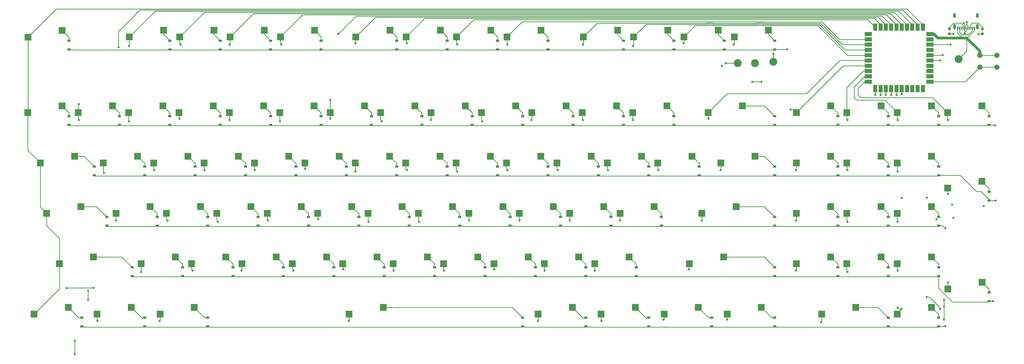
<source format=gbr>
%TF.GenerationSoftware,KiCad,Pcbnew,8.0.5*%
%TF.CreationDate,2024-11-10T22:51:29+11:00*%
%TF.ProjectId,keyboard,6b657962-6f61-4726-942e-6b696361645f,rev?*%
%TF.SameCoordinates,Original*%
%TF.FileFunction,Copper,L4,Bot*%
%TF.FilePolarity,Positive*%
%FSLAX46Y46*%
G04 Gerber Fmt 4.6, Leading zero omitted, Abs format (unit mm)*
G04 Created by KiCad (PCBNEW 8.0.5) date 2024-11-10 22:51:29*
%MOMM*%
%LPD*%
G01*
G04 APERTURE LIST*
G04 Aperture macros list*
%AMRoundRect*
0 Rectangle with rounded corners*
0 $1 Rounding radius*
0 $2 $3 $4 $5 $6 $7 $8 $9 X,Y pos of 4 corners*
0 Add a 4 corners polygon primitive as box body*
4,1,4,$2,$3,$4,$5,$6,$7,$8,$9,$2,$3,0*
0 Add four circle primitives for the rounded corners*
1,1,$1+$1,$2,$3*
1,1,$1+$1,$4,$5*
1,1,$1+$1,$6,$7*
1,1,$1+$1,$8,$9*
0 Add four rect primitives between the rounded corners*
20,1,$1+$1,$2,$3,$4,$5,0*
20,1,$1+$1,$4,$5,$6,$7,0*
20,1,$1+$1,$6,$7,$8,$9,0*
20,1,$1+$1,$8,$9,$2,$3,0*%
G04 Aperture macros list end*
%TA.AperFunction,SMDPad,CuDef*%
%ADD10R,2.550000X2.500000*%
%TD*%
%TA.AperFunction,SMDPad,CuDef*%
%ADD11RoundRect,0.225000X0.375000X-0.225000X0.375000X0.225000X-0.375000X0.225000X-0.375000X-0.225000X0*%
%TD*%
%TA.AperFunction,SMDPad,CuDef*%
%ADD12R,1.500000X2.800000*%
%TD*%
%TA.AperFunction,SMDPad,CuDef*%
%ADD13R,2.800000X1.500000*%
%TD*%
%TA.AperFunction,ComponentPad*%
%ADD14C,2.000000*%
%TD*%
%TA.AperFunction,SMDPad,CuDef*%
%ADD15C,3.000000*%
%TD*%
%TA.AperFunction,SMDPad,CuDef*%
%ADD16RoundRect,0.237500X-0.237500X0.250000X-0.237500X-0.250000X0.237500X-0.250000X0.237500X0.250000X0*%
%TD*%
%TA.AperFunction,SMDPad,CuDef*%
%ADD17R,0.600000X1.240000*%
%TD*%
%TA.AperFunction,SMDPad,CuDef*%
%ADD18R,0.300000X1.240000*%
%TD*%
%TA.AperFunction,ComponentPad*%
%ADD19O,1.000000X1.800000*%
%TD*%
%TA.AperFunction,ComponentPad*%
%ADD20O,1.000000X2.100000*%
%TD*%
%TA.AperFunction,ViaPad*%
%ADD21C,0.800000*%
%TD*%
%TA.AperFunction,Conductor*%
%ADD22C,0.250000*%
%TD*%
%TA.AperFunction,Conductor*%
%ADD23C,1.000000*%
%TD*%
G04 APERTURE END LIST*
D10*
%TO.P,K_19,1,COL*%
%TO.N,col6*%
X139490000Y-58185000D03*
%TO.P,K_19,2,ROW*%
%TO.N,Net-(D_19-A)*%
X152417000Y-55645000D03*
%TD*%
%TO.P,K_20,1,COL*%
%TO.N,col7*%
X158540000Y-58185000D03*
%TO.P,K_20,2,ROW*%
%TO.N,Net-(D_20-A)*%
X171467000Y-55645000D03*
%TD*%
%TO.P,K_16,1,COL*%
%TO.N,col3*%
X82340000Y-58185000D03*
%TO.P,K_16,2,ROW*%
%TO.N,Net-(D_16-A)*%
X95267000Y-55645000D03*
%TD*%
%TO.P,K_F11,1,COL*%
%TO.N,col13*%
X273176706Y-29584520D03*
%TO.P,K_F11,2,ROW*%
%TO.N,Net-(D_11-A)*%
X286103706Y-27044520D03*
%TD*%
%TO.P,K_45,1,COL*%
%TO.N,col15*%
X315702500Y-77235000D03*
%TO.P,K_45,2,ROW*%
%TO.N,Net-(D_45-A)*%
X328629500Y-74695000D03*
%TD*%
%TO.P,K_13,1,COL*%
%TO.N,col0*%
X25190000Y-58185000D03*
%TO.P,K_13,2,ROW*%
%TO.N,Net-(D_13-A)*%
X38117000Y-55645000D03*
%TD*%
%TO.P,K_75,2,ROW*%
%TO.N,Net-(D_75-A)*%
X252429500Y-112795000D03*
%TO.P,K_75,1,COL*%
%TO.N,col11*%
X239502500Y-115335000D03*
%TD*%
%TO.P,K_56,1,COL*%
%TO.N,col8*%
X172827500Y-96285000D03*
%TO.P,K_56,2,ROW*%
%TO.N,Net-(D_56-A)*%
X185754500Y-93745000D03*
%TD*%
%TO.P,K_46,1,COL*%
%TO.N,col16*%
X334752500Y-77235000D03*
%TO.P,K_46,2,ROW*%
%TO.N,Net-(D_46-A)*%
X347679500Y-74695000D03*
%TD*%
%TO.P,K_78,1,COL*%
%TO.N,col16*%
X334752500Y-115335000D03*
%TO.P,K_78,2,ROW*%
%TO.N,Net-(D_78-A)*%
X347679500Y-112795000D03*
%TD*%
%TO.P,K_74,2,ROW*%
%TO.N,Net-(D_74-A)*%
X233379500Y-112795000D03*
%TO.P,K_74,1,COL*%
%TO.N,col10*%
X220452500Y-115335000D03*
%TD*%
%TO.P,K_35,1,COL*%
%TO.N,col5*%
X110915000Y-77235000D03*
%TO.P,K_35,2,ROW*%
%TO.N,Net-(D_35-A)*%
X123842000Y-74695000D03*
%TD*%
%TO.P,K_15,1,COL*%
%TO.N,col2*%
X63290000Y-58185000D03*
%TO.P,K_15,2,ROW*%
%TO.N,Net-(D_15-A)*%
X76217000Y-55645000D03*
%TD*%
%TO.P,K_ESC1,1,COL*%
%TO.N,col0*%
X25245000Y-29665000D03*
%TO.P,K_ESC1,2,ROW*%
%TO.N,Net-(D_0-A)*%
X38172000Y-27125000D03*
%TD*%
%TO.P,K_38,1,COL*%
%TO.N,col8*%
X168065000Y-77235000D03*
%TO.P,K_38,2,ROW*%
%TO.N,Net-(D_38-A)*%
X180992000Y-74695000D03*
%TD*%
%TO.P,K_79,1,COL*%
%TO.N,col17*%
X353802500Y-115335000D03*
%TO.P,K_79,2,ROW*%
%TO.N,Net-(D_79-A)*%
X366729500Y-112795000D03*
%TD*%
%TO.P,K_86,1,COL*%
%TO.N,col11*%
X241883750Y-134385000D03*
%TO.P,K_86,2,ROW*%
%TO.N,Net-(D_86-A)*%
X254810750Y-131845000D03*
%TD*%
%TO.P,K_F9,1,COL*%
%TO.N,col11*%
X235165000Y-29585000D03*
%TO.P,K_F9,2,ROW*%
%TO.N,Net-(D_9-A)*%
X248092000Y-27045000D03*
%TD*%
%TO.P,K_88,1,COL*%
%TO.N,col14*%
X289508750Y-134385000D03*
%TO.P,K_88,2,ROW*%
%TO.N,Net-(D_88-A)*%
X302435750Y-131845000D03*
%TD*%
%TO.P,K_81,1,COL*%
%TO.N,col0*%
X27571250Y-134385000D03*
%TO.P,K_81,2,ROW*%
%TO.N,Net-(D_81-A)*%
X40498250Y-131845000D03*
%TD*%
%TO.P,K_23,1,COL*%
%TO.N,col10*%
X215690000Y-58185000D03*
%TO.P,K_23,2,ROW*%
%TO.N,Net-(D_23-A)*%
X228617000Y-55645000D03*
%TD*%
%TO.P,K_63,1,COL*%
%TO.N,col16*%
X334752500Y-96285000D03*
%TO.P,K_63,2,ROW*%
%TO.N,Net-(D_63-A)*%
X347679500Y-93745000D03*
%TD*%
%TO.P,K_67,2,ROW*%
%TO.N,Net-(D_67-A)*%
X100029500Y-112795000D03*
%TO.P,K_67,1,COL*%
%TO.N,col3*%
X87102500Y-115335000D03*
%TD*%
%TO.P,K_53,1,COL*%
%TO.N,col5*%
X115677500Y-96285000D03*
%TO.P,K_53,2,ROW*%
%TO.N,Net-(D_53-A)*%
X128604500Y-93745000D03*
%TD*%
%TO.P,K_72,2,ROW*%
%TO.N,Net-(D_72-A)*%
X195279500Y-112795000D03*
%TO.P,K_72,1,COL*%
%TO.N,col8*%
X182352500Y-115335000D03*
%TD*%
%TO.P,K_47,1,COL*%
%TO.N,col17*%
X353802500Y-77235000D03*
%TO.P,K_47,2,ROW*%
%TO.N,Net-(D_47-A)*%
X366729500Y-74695000D03*
%TD*%
%TO.P,K_60,1,COL*%
%TO.N,col12*%
X249027500Y-96285000D03*
%TO.P,K_60,2,ROW*%
%TO.N,Net-(D_60-A)*%
X261954500Y-93745000D03*
%TD*%
%TO.P,K_F7,1,COL*%
%TO.N,col9*%
X187261209Y-29593694D03*
%TO.P,K_F7,2,ROW*%
%TO.N,Net-(D_7-A)*%
X200188209Y-27053694D03*
%TD*%
%TO.P,K_61,2,ROW*%
%TO.N,Net-(D_61-A)*%
X292910750Y-93745000D03*
%TO.P,K_61,1,COL*%
%TO.N,col13*%
X279983750Y-96285000D03*
%TD*%
%TO.P,K_25,1,COL*%
%TO.N,col12*%
X253790000Y-58185000D03*
%TO.P,K_25,2,ROW*%
%TO.N,Net-(D_25-A)*%
X266717000Y-55645000D03*
%TD*%
%TO.P,K_F8,1,COL*%
%TO.N,col10*%
X206261209Y-29593694D03*
%TO.P,K_F8,2,ROW*%
%TO.N,Net-(D_8-A)*%
X219188209Y-27053694D03*
%TD*%
%TO.P,K_F12,1,COL*%
%TO.N,col14*%
X292216706Y-29584520D03*
%TO.P,K_F12,2,ROW*%
%TO.N,Net-(D_12-A)*%
X305143706Y-27044520D03*
%TD*%
%TO.P,K_33,1,COL*%
%TO.N,col3*%
X72815000Y-77235000D03*
%TO.P,K_33,2,ROW*%
%TO.N,Net-(D_33-A)*%
X85742000Y-74695000D03*
%TD*%
%TO.P,K_76,2,ROW*%
%TO.N,Net-(D_76-A)*%
X288148250Y-112795000D03*
%TO.P,K_76,1,COL*%
%TO.N,col13*%
X275221250Y-115335000D03*
%TD*%
%TO.P,K_73,2,ROW*%
%TO.N,Net-(D_73-A)*%
X214329500Y-112795000D03*
%TO.P,K_73,1,COL*%
%TO.N,col9*%
X201402500Y-115335000D03*
%TD*%
%TO.P,K_70,2,ROW*%
%TO.N,Net-(D_70-A)*%
X157179500Y-112795000D03*
%TO.P,K_70,1,COL*%
%TO.N,col6*%
X144252500Y-115335000D03*
%TD*%
%TO.P,K_24,1,COL*%
%TO.N,col11*%
X234740000Y-58185000D03*
%TO.P,K_24,2,ROW*%
%TO.N,Net-(D_24-A)*%
X247667000Y-55645000D03*
%TD*%
%TO.P,K_54,1,COL*%
%TO.N,col6*%
X134727500Y-96285000D03*
%TO.P,K_54,2,ROW*%
%TO.N,Net-(D_54-A)*%
X147654500Y-93745000D03*
%TD*%
%TO.P,K_29,1,COL*%
%TO.N,col17*%
X353802500Y-58185000D03*
%TO.P,K_29,2,ROW*%
%TO.N,Net-(D_29-A)*%
X366729500Y-55645000D03*
%TD*%
%TO.P,K_F10,1,COL*%
%TO.N,col12*%
X254176706Y-29584520D03*
%TO.P,K_F10,2,ROW*%
%TO.N,Net-(D_10-A)*%
X267103706Y-27044520D03*
%TD*%
%TO.P,K_32,1,COL*%
%TO.N,col2*%
X53765000Y-77235000D03*
%TO.P,K_32,2,ROW*%
%TO.N,Net-(D_32-A)*%
X66692000Y-74695000D03*
%TD*%
%TO.P,K_34,1,COL*%
%TO.N,col4*%
X91865000Y-77235000D03*
%TO.P,K_34,2,ROW*%
%TO.N,Net-(D_34-A)*%
X104792000Y-74695000D03*
%TD*%
%TO.P,K_68,2,ROW*%
%TO.N,Net-(D_68-A)*%
X119079500Y-112795000D03*
%TO.P,K_68,1,COL*%
%TO.N,col4*%
X106152500Y-115335000D03*
%TD*%
%TO.P,K_42,1,COL*%
%TO.N,col12*%
X244265000Y-77235000D03*
%TO.P,K_42,2,ROW*%
%TO.N,Net-(D_42-A)*%
X257192000Y-74695000D03*
%TD*%
%TO.P,K_14,1,COL*%
%TO.N,col1*%
X44240000Y-58185000D03*
%TO.P,K_14,2,ROW*%
%TO.N,Net-(D_14-A)*%
X57167000Y-55645000D03*
%TD*%
%TO.P,K_84,1,COL*%
%TO.N,col6*%
X146633750Y-134385000D03*
%TO.P,K_84,2,ROW*%
%TO.N,Net-(D_84-A)*%
X159560750Y-131845000D03*
%TD*%
%TO.P,K_39,1,COL*%
%TO.N,col9*%
X187115000Y-77235000D03*
%TO.P,K_39,2,ROW*%
%TO.N,Net-(D_39-A)*%
X200042000Y-74695000D03*
%TD*%
%TO.P,K_89,1,COL*%
%TO.N,col16*%
X325227500Y-134385000D03*
%TO.P,K_89,2,ROW*%
%TO.N,Net-(D_89-A)*%
X338154500Y-131845000D03*
%TD*%
%TO.P,K_59,1,COL*%
%TO.N,col11*%
X229977500Y-96285000D03*
%TO.P,K_59,2,ROW*%
%TO.N,Net-(D_59-A)*%
X242904500Y-93745000D03*
%TD*%
%TO.P,K_62,1,COL*%
%TO.N,col15*%
X315702500Y-96285000D03*
%TO.P,K_62,2,ROW*%
%TO.N,Net-(D_62-A)*%
X328629500Y-93745000D03*
%TD*%
%TO.P,K_49,1,COL*%
%TO.N,col0*%
X32333750Y-96285000D03*
%TO.P,K_49,2,ROW*%
%TO.N,Net-(D_49-A)*%
X45260750Y-93745000D03*
%TD*%
%TO.P,K_18,1,COL*%
%TO.N,col5*%
X120440000Y-58185000D03*
%TO.P,K_18,2,ROW*%
%TO.N,Net-(D_18-A)*%
X133367000Y-55645000D03*
%TD*%
%TO.P,K_17,1,COL*%
%TO.N,col4*%
X101390000Y-58185000D03*
%TO.P,K_17,2,ROW*%
%TO.N,Net-(D_17-A)*%
X114317000Y-55645000D03*
%TD*%
%TO.P,K_F1,1,COL*%
%TO.N,col2*%
X63594475Y-29637388D03*
%TO.P,K_F1,2,ROW*%
%TO.N,Net-(D_1-A)*%
X76521475Y-27097388D03*
%TD*%
%TO.P,K_87,1,COL*%
%TO.N,col13*%
X265696250Y-134385000D03*
%TO.P,K_87,2,ROW*%
%TO.N,Net-(D_87-A)*%
X278623250Y-131845000D03*
%TD*%
%TO.P,K_85,1,COL*%
%TO.N,col10*%
X218071250Y-134385000D03*
%TO.P,K_85,2,ROW*%
%TO.N,Net-(D_85-A)*%
X230998250Y-131845000D03*
%TD*%
%TO.P,K_83,1,COL*%
%TO.N,col3*%
X75196250Y-134385000D03*
%TO.P,K_83,2,ROW*%
%TO.N,Net-(D_83-A)*%
X88123250Y-131845000D03*
%TD*%
%TO.P,K_77,1,COL*%
%TO.N,col15*%
X315702500Y-115335000D03*
%TO.P,K_77,2,ROW*%
%TO.N,Net-(D_77-A)*%
X328629500Y-112795000D03*
%TD*%
%TO.P,K_44,1,COL*%
%TO.N,col14*%
X287127500Y-77235000D03*
%TO.P,K_44,2,ROW*%
%TO.N,Net-(D_44-A)*%
X300054500Y-74695000D03*
%TD*%
%TO.P,K_30,1,COL*%
%TO.N,col18*%
X372852500Y-58185000D03*
%TO.P,K_30,2,ROW*%
%TO.N,Net-(D_30-A)*%
X385779500Y-55645000D03*
%TD*%
%TO.P,K_66,2,ROW*%
%TO.N,Net-(D_66-A)*%
X80979500Y-112795000D03*
%TO.P,K_66,1,COL*%
%TO.N,col2*%
X68052500Y-115335000D03*
%TD*%
%TO.P,K_64,1,COL*%
%TO.N,col17*%
X353802500Y-96285000D03*
%TO.P,K_64,2,ROW*%
%TO.N,Net-(D_64-A)*%
X366729500Y-93745000D03*
%TD*%
%TO.P,K_58,1,COL*%
%TO.N,col10*%
X210927500Y-96285000D03*
%TO.P,K_58,2,ROW*%
%TO.N,Net-(D_58-A)*%
X223854500Y-93745000D03*
%TD*%
%TO.P,K_21,1,COL*%
%TO.N,col8*%
X177590000Y-58185000D03*
%TO.P,K_21,2,ROW*%
%TO.N,Net-(D_21-A)*%
X190517000Y-55645000D03*
%TD*%
%TO.P,K_43,1,COL*%
%TO.N,col13*%
X263315000Y-77235000D03*
%TO.P,K_43,2,ROW*%
%TO.N,Net-(D_43-A)*%
X276242000Y-74695000D03*
%TD*%
%TO.P,K_48,1,COL*%
%TO.N,col18*%
X372859143Y-86743423D03*
%TO.P,K_48,2,ROW*%
%TO.N,Net-(D_48-A)*%
X385786143Y-84203423D03*
%TD*%
%TO.P,K_71,2,ROW*%
%TO.N,Net-(D_71-A)*%
X176229500Y-112795000D03*
%TO.P,K_71,1,COL*%
%TO.N,col7*%
X163302500Y-115335000D03*
%TD*%
%TO.P,K_40,1,COL*%
%TO.N,col10*%
X206165000Y-77235000D03*
%TO.P,K_40,2,ROW*%
%TO.N,Net-(D_40-A)*%
X219092000Y-74695000D03*
%TD*%
%TO.P,K_52,1,COL*%
%TO.N,col4*%
X96627500Y-96285000D03*
%TO.P,K_52,2,ROW*%
%TO.N,Net-(D_52-A)*%
X109554500Y-93745000D03*
%TD*%
%TO.P,K_80,1,COL*%
%TO.N,col18*%
X372915000Y-124960000D03*
%TO.P,K_80,2,ROW*%
%TO.N,Net-(D_80-A)*%
X385842000Y-122420000D03*
%TD*%
%TO.P,K_F5,1,COL*%
%TO.N,col7*%
X149165000Y-29585000D03*
%TO.P,K_F5,2,ROW*%
%TO.N,Net-(D_5-A)*%
X162092000Y-27045000D03*
%TD*%
%TO.P,K_F2,1,COL*%
%TO.N,col3*%
X82632347Y-29596106D03*
%TO.P,K_F2,2,ROW*%
%TO.N,Net-(D_2-A)*%
X95559347Y-27056106D03*
%TD*%
%TO.P,K_82,1,COL*%
%TO.N,col1*%
X51383750Y-134385000D03*
%TO.P,K_82,2,ROW*%
%TO.N,Net-(D_82-A)*%
X64310750Y-131845000D03*
%TD*%
%TO.P,K_27,1,COL*%
%TO.N,col15*%
X315702500Y-58185000D03*
%TO.P,K_27,2,ROW*%
%TO.N,Net-(D_27-A)*%
X328629500Y-55645000D03*
%TD*%
%TO.P,K_90,1,COL*%
%TO.N,col17*%
X353802500Y-134385000D03*
%TO.P,K_90,2,ROW*%
%TO.N,Net-(D_90-A)*%
X366729500Y-131845000D03*
%TD*%
%TO.P,K_51,1,COL*%
%TO.N,col3*%
X77577500Y-96285000D03*
%TO.P,K_51,2,ROW*%
%TO.N,Net-(D_51-A)*%
X90504500Y-93745000D03*
%TD*%
%TO.P,K_22,1,COL*%
%TO.N,col9*%
X196640000Y-58185000D03*
%TO.P,K_22,2,ROW*%
%TO.N,Net-(D_22-A)*%
X209567000Y-55645000D03*
%TD*%
%TO.P,K_26,1,COL*%
%TO.N,col14*%
X282365000Y-58185000D03*
%TO.P,K_26,2,ROW*%
%TO.N,Net-(D_26-A)*%
X295292000Y-55645000D03*
%TD*%
%TO.P,K_69,2,ROW*%
%TO.N,Net-(D_69-A)*%
X138129500Y-112795000D03*
%TO.P,K_69,1,COL*%
%TO.N,col5*%
X125202500Y-115335000D03*
%TD*%
%TO.P,K_28,1,COL*%
%TO.N,col16*%
X334752500Y-58185000D03*
%TO.P,K_28,2,ROW*%
%TO.N,Net-(D_28-A)*%
X347679500Y-55645000D03*
%TD*%
%TO.P,K_F4,1,COL*%
%TO.N,col5*%
X120665000Y-29585000D03*
%TO.P,K_F4,2,ROW*%
%TO.N,Net-(D_4-A)*%
X133592000Y-27045000D03*
%TD*%
%TO.P,K_31,1,COL*%
%TO.N,col0*%
X29952500Y-77235000D03*
%TO.P,K_31,2,ROW*%
%TO.N,Net-(D_31-A)*%
X42879500Y-74695000D03*
%TD*%
%TO.P,K_57,1,COL*%
%TO.N,col9*%
X191877500Y-96285000D03*
%TO.P,K_57,2,ROW*%
%TO.N,Net-(D_57-A)*%
X204804500Y-93745000D03*
%TD*%
%TO.P,K_50,1,COL*%
%TO.N,col2*%
X58527500Y-96285000D03*
%TO.P,K_50,2,ROW*%
%TO.N,Net-(D_50-A)*%
X71454500Y-93745000D03*
%TD*%
%TO.P,K_37,1,COL*%
%TO.N,col7*%
X149015000Y-77235000D03*
%TO.P,K_37,2,ROW*%
%TO.N,Net-(D_37-A)*%
X161942000Y-74695000D03*
%TD*%
%TO.P,K_36,1,COL*%
%TO.N,col6*%
X129965000Y-77235000D03*
%TO.P,K_36,2,ROW*%
%TO.N,Net-(D_36-A)*%
X142892000Y-74695000D03*
%TD*%
%TO.P,K_F6,1,COL*%
%TO.N,col8*%
X168197485Y-29578486D03*
%TO.P,K_F6,2,ROW*%
%TO.N,Net-(D_6-A)*%
X181124485Y-27038486D03*
%TD*%
%TO.P,K_65,2,ROW*%
%TO.N,Net-(D_65-A)*%
X50023250Y-112795000D03*
%TO.P,K_65,1,COL*%
%TO.N,col0*%
X37096250Y-115335000D03*
%TD*%
%TO.P,K_41,1,COL*%
%TO.N,col11*%
X225215000Y-77235000D03*
%TO.P,K_41,2,ROW*%
%TO.N,Net-(D_41-A)*%
X238142000Y-74695000D03*
%TD*%
%TO.P,K_55,1,COL*%
%TO.N,col7*%
X153777500Y-96285000D03*
%TO.P,K_55,2,ROW*%
%TO.N,Net-(D_55-A)*%
X166704500Y-93745000D03*
%TD*%
%TO.P,K_F3,1,COL*%
%TO.N,col4*%
X101665000Y-29585000D03*
%TO.P,K_F3,2,ROW*%
%TO.N,Net-(D_3-A)*%
X114592000Y-27045000D03*
%TD*%
D11*
%TO.P,D_13,1,K*%
%TO.N,row1*%
X40800000Y-62875000D03*
%TO.P,D_13,2,A*%
%TO.N,Net-(D_13-A)*%
X40800000Y-59575000D03*
%TD*%
%TO.P,D_34,1,K*%
%TO.N,row2*%
X107475000Y-81925000D03*
%TO.P,D_34,2,A*%
%TO.N,Net-(D_34-A)*%
X107475000Y-78625000D03*
%TD*%
%TO.P,D_60,1,K*%
%TO.N,row3*%
X264637500Y-100975000D03*
%TO.P,D_60,2,A*%
%TO.N,Net-(D_60-A)*%
X264637500Y-97675000D03*
%TD*%
%TO.P,D_85,1,K*%
%TO.N,row5*%
X236062500Y-139075000D03*
%TO.P,D_85,2,A*%
%TO.N,Net-(D_85-A)*%
X236062500Y-135775000D03*
%TD*%
%TO.P,D_15,1,K*%
%TO.N,row1*%
X78900000Y-62875000D03*
%TO.P,D_15,2,A*%
%TO.N,Net-(D_15-A)*%
X78900000Y-59575000D03*
%TD*%
%TO.P,D_24,1,K*%
%TO.N,row1*%
X250350000Y-62875000D03*
%TO.P,D_24,2,A*%
%TO.N,Net-(D_24-A)*%
X250350000Y-59575000D03*
%TD*%
%TO.P,D_4,1,K*%
%TO.N,row0*%
X136050000Y-34300000D03*
%TO.P,D_4,2,A*%
%TO.N,Net-(D_4-A)*%
X136050000Y-31000000D03*
%TD*%
%TO.P,D_88,1,K*%
%TO.N,row5*%
X307500000Y-139075000D03*
%TO.P,D_88,2,A*%
%TO.N,Net-(D_88-A)*%
X307500000Y-135775000D03*
%TD*%
%TO.P,D_57,1,K*%
%TO.N,row3*%
X207487500Y-100975000D03*
%TO.P,D_57,2,A*%
%TO.N,Net-(D_57-A)*%
X207487500Y-97675000D03*
%TD*%
%TO.P,D_20,1,K*%
%TO.N,row1*%
X174150000Y-62875000D03*
%TO.P,D_20,2,A*%
%TO.N,Net-(D_20-A)*%
X174150000Y-59575000D03*
%TD*%
%TO.P,D_87,1,K*%
%TO.N,row5*%
X283687500Y-139075000D03*
%TO.P,D_87,2,A*%
%TO.N,Net-(D_87-A)*%
X283687500Y-135775000D03*
%TD*%
%TO.P,D_33,1,K*%
%TO.N,row2*%
X88425000Y-81925000D03*
%TO.P,D_33,2,A*%
%TO.N,Net-(D_33-A)*%
X88425000Y-78625000D03*
%TD*%
%TO.P,D_10,1,K*%
%TO.N,row0*%
X269400000Y-34300000D03*
%TO.P,D_10,2,A*%
%TO.N,Net-(D_10-A)*%
X269400000Y-31000000D03*
%TD*%
%TO.P,D_58,1,K*%
%TO.N,row3*%
X226537500Y-100975000D03*
%TO.P,D_58,2,A*%
%TO.N,Net-(D_58-A)*%
X226537500Y-97675000D03*
%TD*%
%TO.P,D_65,1,K*%
%TO.N,row4*%
X64612500Y-120025000D03*
%TO.P,D_65,2,A*%
%TO.N,Net-(D_65-A)*%
X64612500Y-116725000D03*
%TD*%
D12*
%TO.P,U1,1,GPIO0*%
%TO.N,unconnected-(U1-GPIO0-Pad1)*%
X363500000Y-49150000D03*
%TO.P,U1,2,GPIO1*%
%TO.N,unconnected-(U1-GPIO1-Pad2)*%
X361500000Y-49150000D03*
%TO.P,U1,3,GPIO2*%
%TO.N,unconnected-(U1-GPIO2-Pad3)*%
X359500000Y-49150000D03*
%TO.P,U1,4,GPIO3*%
%TO.N,unconnected-(U1-GPIO3-Pad4)*%
X357500000Y-49150000D03*
%TO.P,U1,5,GPIO4*%
%TO.N,row5*%
X355500000Y-49150000D03*
%TO.P,U1,6,GPIO5*%
%TO.N,row4*%
X353500000Y-49150000D03*
%TO.P,U1,7,GPIO6*%
%TO.N,row3*%
X351500000Y-49150000D03*
%TO.P,U1,8,GPIO7*%
%TO.N,row2*%
X349500000Y-49150000D03*
%TO.P,U1,9,GPIO8*%
%TO.N,row1*%
X347500000Y-49150000D03*
%TO.P,U1,10,GPIO9*%
%TO.N,row0*%
X345500000Y-49150000D03*
D13*
%TO.P,U1,11,GPIO10*%
%TO.N,col18*%
X342850000Y-46500000D03*
%TO.P,U1,12,GPIO11*%
%TO.N,col17*%
X342850000Y-44500000D03*
%TO.P,U1,13,GPIO12*%
%TO.N,col16*%
X342850000Y-42500000D03*
%TO.P,U1,14,GPIO13*%
%TO.N,col15*%
X342850000Y-40500000D03*
%TO.P,U1,15,GPIO14*%
%TO.N,col14*%
X342850000Y-38500000D03*
%TO.P,U1,16,GPIO15*%
%TO.N,col13*%
X342850000Y-36500000D03*
%TO.P,U1,17,GPIO16*%
%TO.N,col12*%
X342850000Y-34500000D03*
%TO.P,U1,18,GPIO17*%
%TO.N,col11*%
X342850000Y-32500000D03*
%TO.P,U1,19,GPIO18*%
%TO.N,col10*%
X342850000Y-30500000D03*
%TO.P,U1,20,GPIO19*%
%TO.N,unconnected-(U1-GPIO19-Pad20)*%
X342850000Y-28500000D03*
D12*
%TO.P,U1,21,GPIO20*%
%TO.N,col9*%
X345500000Y-25850000D03*
%TO.P,U1,22,GPIO21*%
%TO.N,col8*%
X347500000Y-25850000D03*
%TO.P,U1,23,GPIO22*%
%TO.N,col7*%
X349500000Y-25850000D03*
%TO.P,U1,24,GPIO23*%
%TO.N,col6*%
X351500000Y-25850000D03*
%TO.P,U1,25,GPIO24*%
%TO.N,col5*%
X353500000Y-25850000D03*
%TO.P,U1,26,GPIO25*%
%TO.N,col4*%
X355500000Y-25850000D03*
%TO.P,U1,27,GPIO26*%
%TO.N,col3*%
X357500000Y-25850000D03*
%TO.P,U1,28,GPIO27*%
%TO.N,col2*%
X359500000Y-25850000D03*
%TO.P,U1,29,GPIO28*%
%TO.N,col1*%
X361500000Y-25850000D03*
%TO.P,U1,30,GPIO29*%
%TO.N,col0*%
X363500000Y-25850000D03*
D13*
%TO.P,U1,31,GND*%
%TO.N,GND*%
X366150000Y-28500000D03*
%TO.P,U1,32,VBAT*%
%TO.N,unconnected-(U1-VBAT-Pad32)*%
X366150000Y-30500000D03*
%TO.P,U1,33,5V*%
%TO.N,+5V *%
X366150000Y-32500000D03*
%TO.P,U1,34,3.3V*%
%TO.N,unconnected-(U1-3.3V-Pad34)*%
X366150000Y-34500000D03*
%TO.P,U1,35,USB_D-*%
%TO.N,Net-(U1-USB_D-)*%
X366150000Y-36500000D03*
%TO.P,U1,36,USB_D+*%
%TO.N,Net-(U1-USB_D+)*%
X366150000Y-38500000D03*
%TO.P,U1,37,SWDIO*%
%TO.N,unconnected-(U1-SWDIO-Pad37)*%
X366150000Y-40500000D03*
%TO.P,U1,38,SWCLK*%
%TO.N,unconnected-(U1-SWCLK-Pad38)*%
X366150000Y-42500000D03*
%TO.P,U1,39,~{RESET}*%
%TO.N,unconnected-(U1-~{RESET}-Pad39)*%
X366150000Y-44500000D03*
%TO.P,U1,40,BOOTSEL*%
%TO.N,Net-(U1-BOOTSEL)*%
X366150000Y-46500000D03*
%TD*%
D11*
%TO.P,D_2,1,K*%
%TO.N,row0*%
X97950000Y-34300000D03*
%TO.P,D_2,2,A*%
%TO.N,Net-(D_2-A)*%
X97950000Y-31000000D03*
%TD*%
%TO.P,D_39,1,K*%
%TO.N,row2*%
X202725000Y-81925000D03*
%TO.P,D_39,2,A*%
%TO.N,Net-(D_39-A)*%
X202725000Y-78625000D03*
%TD*%
%TO.P,D_63,1,K*%
%TO.N,row3*%
X350362500Y-100975000D03*
%TO.P,D_63,2,A*%
%TO.N,Net-(D_63-A)*%
X350362500Y-97675000D03*
%TD*%
%TO.P,D_41,1,K*%
%TO.N,row2*%
X240825000Y-81925000D03*
%TO.P,D_41,2,A*%
%TO.N,Net-(D_41-A)*%
X240825000Y-78625000D03*
%TD*%
%TO.P,D_3,1,K*%
%TO.N,row0*%
X117000000Y-34300000D03*
%TO.P,D_3,2,A*%
%TO.N,Net-(D_3-A)*%
X117000000Y-31000000D03*
%TD*%
%TO.P,D_1,1,K*%
%TO.N,row0*%
X78900000Y-34300000D03*
%TO.P,D_1,2,A*%
%TO.N,Net-(D_1-A)*%
X78900000Y-31000000D03*
%TD*%
%TO.P,D_46,1,K*%
%TO.N,row2*%
X350362500Y-81925000D03*
%TO.P,D_46,2,A*%
%TO.N,Net-(D_46-A)*%
X350362500Y-78625000D03*
%TD*%
%TO.P,D_12,1,K*%
%TO.N,row0*%
X307500000Y-34300000D03*
%TO.P,D_12,2,A*%
%TO.N,Net-(D_12-A)*%
X307500000Y-31000000D03*
%TD*%
%TO.P,D_89,1,K*%
%TO.N,row5*%
X350362500Y-139075000D03*
%TO.P,D_89,2,A*%
%TO.N,Net-(D_89-A)*%
X350362500Y-135775000D03*
%TD*%
%TO.P,D_84,1,K*%
%TO.N,row5*%
X212250000Y-139075000D03*
%TO.P,D_84,2,A*%
%TO.N,Net-(D_84-A)*%
X212250000Y-135775000D03*
%TD*%
%TO.P,D_43,1,K*%
%TO.N,row2*%
X278925000Y-81925000D03*
%TO.P,D_43,2,A*%
%TO.N,Net-(D_43-A)*%
X278925000Y-78625000D03*
%TD*%
%TO.P,D_14,1,K*%
%TO.N,row1*%
X59850000Y-62875000D03*
%TO.P,D_14,2,A*%
%TO.N,Net-(D_14-A)*%
X59850000Y-59575000D03*
%TD*%
%TO.P,D_66,1,K*%
%TO.N,row4*%
X83662500Y-120025000D03*
%TO.P,D_66,2,A*%
%TO.N,Net-(D_66-A)*%
X83662500Y-116725000D03*
%TD*%
%TO.P,D_82,1,K*%
%TO.N,row5*%
X69375000Y-139075000D03*
%TO.P,D_82,2,A*%
%TO.N,Net-(D_82-A)*%
X69375000Y-135775000D03*
%TD*%
%TO.P,D_29,1,K*%
%TO.N,row1*%
X369412500Y-62875000D03*
%TO.P,D_29,2,A*%
%TO.N,Net-(D_29-A)*%
X369412500Y-59575000D03*
%TD*%
%TO.P,D_25,1,K*%
%TO.N,row1*%
X269400000Y-62875000D03*
%TO.P,D_25,2,A*%
%TO.N,Net-(D_25-A)*%
X269400000Y-59575000D03*
%TD*%
%TO.P,D_75,1,K*%
%TO.N,row4*%
X255112500Y-120025000D03*
%TO.P,D_75,2,A*%
%TO.N,Net-(D_75-A)*%
X255112500Y-116725000D03*
%TD*%
D14*
%TO.P,SW1,1,1*%
%TO.N,GND*%
X391500000Y-36500000D03*
X385000000Y-36500000D03*
%TO.P,SW1,2,2*%
%TO.N,Net-(U1-BOOTSEL)*%
X391500000Y-41000000D03*
X385000000Y-41000000D03*
%TD*%
D11*
%TO.P,D_30,1,K*%
%TO.N,row1*%
X388462500Y-62875000D03*
%TO.P,D_30,2,A*%
%TO.N,Net-(D_30-A)*%
X388462500Y-59575000D03*
%TD*%
%TO.P,D_49,1,K*%
%TO.N,row3*%
X55087500Y-100975000D03*
%TO.P,D_49,2,A*%
%TO.N,Net-(D_49-A)*%
X55087500Y-97675000D03*
%TD*%
%TO.P,D_16,1,K*%
%TO.N,row1*%
X97950000Y-62875000D03*
%TO.P,D_16,2,A*%
%TO.N,Net-(D_16-A)*%
X97950000Y-59575000D03*
%TD*%
%TO.P,D_56,1,K*%
%TO.N,row3*%
X188437500Y-100975000D03*
%TO.P,D_56,2,A*%
%TO.N,Net-(D_56-A)*%
X188437500Y-97675000D03*
%TD*%
%TO.P,D_71,1,K*%
%TO.N,row4*%
X178912500Y-120025000D03*
%TO.P,D_71,2,A*%
%TO.N,Net-(D_71-A)*%
X178912500Y-116725000D03*
%TD*%
%TO.P,D_21,1,K*%
%TO.N,row1*%
X193200000Y-62875000D03*
%TO.P,D_21,2,A*%
%TO.N,Net-(D_21-A)*%
X193200000Y-59575000D03*
%TD*%
%TO.P,D_22,1,K*%
%TO.N,row1*%
X212250000Y-62875000D03*
%TO.P,D_22,2,A*%
%TO.N,Net-(D_22-A)*%
X212250000Y-59575000D03*
%TD*%
%TO.P,D_5,1,K*%
%TO.N,row0*%
X164625000Y-34300000D03*
%TO.P,D_5,2,A*%
%TO.N,Net-(D_5-A)*%
X164625000Y-31000000D03*
%TD*%
%TO.P,D_38,1,K*%
%TO.N,row2*%
X183675000Y-81925000D03*
%TO.P,D_38,2,A*%
%TO.N,Net-(D_38-A)*%
X183675000Y-78625000D03*
%TD*%
%TO.P,D_59,1,K*%
%TO.N,row3*%
X245587500Y-100975000D03*
%TO.P,D_59,2,A*%
%TO.N,Net-(D_59-A)*%
X245587500Y-97675000D03*
%TD*%
D15*
%TO.P,TP1,1,1*%
%TO.N,LED_PWR*%
X293500000Y-39500000D03*
%TD*%
%TO.P,TP2,1,1*%
%TO.N,LED_GND*%
X300000000Y-39500000D03*
%TD*%
D11*
%TO.P,D_52,1,K*%
%TO.N,row3*%
X112237500Y-100975000D03*
%TO.P,D_52,2,A*%
%TO.N,Net-(D_52-A)*%
X112237500Y-97675000D03*
%TD*%
%TO.P,D_86,1,K*%
%TO.N,row5*%
X259875000Y-139075000D03*
%TO.P,D_86,2,A*%
%TO.N,Net-(D_86-A)*%
X259875000Y-135775000D03*
%TD*%
%TO.P,D_54,1,K*%
%TO.N,row3*%
X150337500Y-100975000D03*
%TO.P,D_54,2,A*%
%TO.N,Net-(D_54-A)*%
X150337500Y-97675000D03*
%TD*%
D16*
%TO.P,R1,1*%
%TO.N,Net-(J1-CC1)*%
X373500000Y-26587500D03*
%TO.P,R1,2*%
%TO.N,+5V *%
X373500000Y-28412500D03*
%TD*%
D11*
%TO.P,D_70,1,K*%
%TO.N,row4*%
X159862500Y-120025000D03*
%TO.P,D_70,2,A*%
%TO.N,Net-(D_70-A)*%
X159862500Y-116725000D03*
%TD*%
%TO.P,D_80,1,K*%
%TO.N,row4*%
X388462500Y-129500000D03*
%TO.P,D_80,2,A*%
%TO.N,Net-(D_80-A)*%
X388462500Y-126200000D03*
%TD*%
%TO.P,D_7,1,K*%
%TO.N,row0*%
X202725000Y-34300000D03*
%TO.P,D_7,2,A*%
%TO.N,Net-(D_7-A)*%
X202725000Y-31000000D03*
%TD*%
%TO.P,D_17,1,K*%
%TO.N,row1*%
X117000000Y-62875000D03*
%TO.P,D_17,2,A*%
%TO.N,Net-(D_17-A)*%
X117000000Y-59575000D03*
%TD*%
%TO.P,D_42,1,K*%
%TO.N,row2*%
X259875000Y-81925000D03*
%TO.P,D_42,2,A*%
%TO.N,Net-(D_42-A)*%
X259875000Y-78625000D03*
%TD*%
%TO.P,D_61,1,K*%
%TO.N,row3*%
X307500000Y-100975000D03*
%TO.P,D_61,2,A*%
%TO.N,Net-(D_61-A)*%
X307500000Y-97675000D03*
%TD*%
%TO.P,D_90,1,K*%
%TO.N,row5*%
X369412500Y-139075000D03*
%TO.P,D_90,2,A*%
%TO.N,Net-(D_90-A)*%
X369412500Y-135775000D03*
%TD*%
%TO.P,D_47,1,K*%
%TO.N,row2*%
X369412500Y-81925000D03*
%TO.P,D_47,2,A*%
%TO.N,Net-(D_47-A)*%
X369412500Y-78625000D03*
%TD*%
%TO.P,D_6,1,K*%
%TO.N,row0*%
X183675000Y-34300000D03*
%TO.P,D_6,2,A*%
%TO.N,Net-(D_6-A)*%
X183675000Y-31000000D03*
%TD*%
%TO.P,D_48,1,K*%
%TO.N,row2*%
X388462500Y-91500000D03*
%TO.P,D_48,2,A*%
%TO.N,Net-(D_48-A)*%
X388462500Y-88200000D03*
%TD*%
D16*
%TO.P,R2,1*%
%TO.N,Net-(J1-CC2)*%
X386000000Y-26587500D03*
%TO.P,R2,2*%
%TO.N,+5V *%
X386000000Y-28412500D03*
%TD*%
D11*
%TO.P,D_83,1,K*%
%TO.N,row5*%
X93187500Y-139075000D03*
%TO.P,D_83,2,A*%
%TO.N,Net-(D_83-A)*%
X93187500Y-135775000D03*
%TD*%
%TO.P,D_78,1,K*%
%TO.N,row4*%
X350362500Y-120025000D03*
%TO.P,D_78,2,A*%
%TO.N,Net-(D_78-A)*%
X350362500Y-116725000D03*
%TD*%
%TO.P,D_23,1,K*%
%TO.N,row1*%
X231300000Y-62875000D03*
%TO.P,D_23,2,A*%
%TO.N,Net-(D_23-A)*%
X231300000Y-59575000D03*
%TD*%
%TO.P,D_45,1,K*%
%TO.N,row2*%
X331312500Y-81925000D03*
%TO.P,D_45,2,A*%
%TO.N,Net-(D_45-A)*%
X331312500Y-78625000D03*
%TD*%
%TO.P,D_26,1,K*%
%TO.N,row1*%
X307500000Y-62875000D03*
%TO.P,D_26,2,A*%
%TO.N,Net-(D_26-A)*%
X307500000Y-59575000D03*
%TD*%
%TO.P,D_37,1,K*%
%TO.N,row2*%
X164625000Y-81925000D03*
%TO.P,D_37,2,A*%
%TO.N,Net-(D_37-A)*%
X164625000Y-78625000D03*
%TD*%
%TO.P,D_44,1,K*%
%TO.N,row2*%
X307500000Y-81925000D03*
%TO.P,D_44,2,A*%
%TO.N,Net-(D_44-A)*%
X307500000Y-78625000D03*
%TD*%
%TO.P,D_72,1,K*%
%TO.N,row4*%
X197962500Y-120025000D03*
%TO.P,D_72,2,A*%
%TO.N,Net-(D_72-A)*%
X197962500Y-116725000D03*
%TD*%
%TO.P,D_53,1,K*%
%TO.N,row3*%
X131287500Y-100975000D03*
%TO.P,D_53,2,A*%
%TO.N,Net-(D_53-A)*%
X131287500Y-97675000D03*
%TD*%
%TO.P,D_67,1,K*%
%TO.N,row4*%
X102712500Y-120025000D03*
%TO.P,D_67,2,A*%
%TO.N,Net-(D_67-A)*%
X102712500Y-116725000D03*
%TD*%
%TO.P,D_9,1,K*%
%TO.N,row0*%
X250350000Y-34300000D03*
%TO.P,D_9,2,A*%
%TO.N,Net-(D_9-A)*%
X250350000Y-31000000D03*
%TD*%
D15*
%TO.P,TP3,1,1*%
%TO.N,+5V *%
X307000000Y-39000000D03*
%TD*%
D11*
%TO.P,D_74,1,K*%
%TO.N,row4*%
X236062500Y-120025000D03*
%TO.P,D_74,2,A*%
%TO.N,Net-(D_74-A)*%
X236062500Y-116725000D03*
%TD*%
%TO.P,D_0,1,K*%
%TO.N,row0*%
X40800000Y-34300000D03*
%TO.P,D_0,2,A*%
%TO.N,Net-(D_0-A)*%
X40800000Y-31000000D03*
%TD*%
%TO.P,D_77,1,K*%
%TO.N,row4*%
X331312500Y-120025000D03*
%TO.P,D_77,2,A*%
%TO.N,Net-(D_77-A)*%
X331312500Y-116725000D03*
%TD*%
%TO.P,D_62,1,K*%
%TO.N,row3*%
X331312500Y-100975000D03*
%TO.P,D_62,2,A*%
%TO.N,Net-(D_62-A)*%
X331312500Y-97675000D03*
%TD*%
%TO.P,D_79,1,K*%
%TO.N,row4*%
X369412500Y-120025000D03*
%TO.P,D_79,2,A*%
%TO.N,Net-(D_79-A)*%
X369412500Y-116725000D03*
%TD*%
D15*
%TO.P,TP4,1,1*%
%TO.N,GND*%
X377000000Y-38000000D03*
%TD*%
D11*
%TO.P,D_27,1,K*%
%TO.N,row1*%
X331312500Y-62875000D03*
%TO.P,D_27,2,A*%
%TO.N,Net-(D_27-A)*%
X331312500Y-59575000D03*
%TD*%
%TO.P,D_50,1,K*%
%TO.N,row3*%
X74137500Y-100975000D03*
%TO.P,D_50,2,A*%
%TO.N,Net-(D_50-A)*%
X74137500Y-97675000D03*
%TD*%
%TO.P,D_73,1,K*%
%TO.N,row4*%
X217012500Y-120025000D03*
%TO.P,D_73,2,A*%
%TO.N,Net-(D_73-A)*%
X217012500Y-116725000D03*
%TD*%
%TO.P,D_55,1,K*%
%TO.N,row3*%
X169387500Y-100975000D03*
%TO.P,D_55,2,A*%
%TO.N,Net-(D_55-A)*%
X169387500Y-97675000D03*
%TD*%
%TO.P,D_64,1,K*%
%TO.N,row3*%
X369412500Y-100975000D03*
%TO.P,D_64,2,A*%
%TO.N,Net-(D_64-A)*%
X369412500Y-97675000D03*
%TD*%
%TO.P,D_35,1,K*%
%TO.N,row2*%
X126525000Y-81925000D03*
%TO.P,D_35,2,A*%
%TO.N,Net-(D_35-A)*%
X126525000Y-78625000D03*
%TD*%
%TO.P,D_68,1,K*%
%TO.N,row4*%
X121762500Y-120025000D03*
%TO.P,D_68,2,A*%
%TO.N,Net-(D_68-A)*%
X121762500Y-116725000D03*
%TD*%
%TO.P,D_19,1,K*%
%TO.N,row1*%
X155100000Y-62875000D03*
%TO.P,D_19,2,A*%
%TO.N,Net-(D_19-A)*%
X155100000Y-59575000D03*
%TD*%
%TO.P,D_69,1,K*%
%TO.N,row4*%
X140812500Y-120025000D03*
%TO.P,D_69,2,A*%
%TO.N,Net-(D_69-A)*%
X140812500Y-116725000D03*
%TD*%
%TO.P,D_32,1,K*%
%TO.N,row2*%
X69375000Y-81925000D03*
%TO.P,D_32,2,A*%
%TO.N,Net-(D_32-A)*%
X69375000Y-78625000D03*
%TD*%
%TO.P,D_11,1,K*%
%TO.N,row0*%
X288450000Y-34300000D03*
%TO.P,D_11,2,A*%
%TO.N,Net-(D_11-A)*%
X288450000Y-31000000D03*
%TD*%
%TO.P,D_81,1,K*%
%TO.N,row5*%
X45562500Y-139075000D03*
%TO.P,D_81,2,A*%
%TO.N,Net-(D_81-A)*%
X45562500Y-135775000D03*
%TD*%
%TO.P,D_18,1,K*%
%TO.N,row1*%
X136050000Y-62875000D03*
%TO.P,D_18,2,A*%
%TO.N,Net-(D_18-A)*%
X136050000Y-59575000D03*
%TD*%
%TO.P,D_8,1,K*%
%TO.N,row0*%
X221775000Y-34300000D03*
%TO.P,D_8,2,A*%
%TO.N,Net-(D_8-A)*%
X221775000Y-31000000D03*
%TD*%
%TO.P,D_51,1,K*%
%TO.N,row3*%
X93187500Y-100975000D03*
%TO.P,D_51,2,A*%
%TO.N,Net-(D_51-A)*%
X93187500Y-97675000D03*
%TD*%
%TO.P,D_36,1,K*%
%TO.N,row2*%
X145575000Y-81925000D03*
%TO.P,D_36,2,A*%
%TO.N,Net-(D_36-A)*%
X145575000Y-78625000D03*
%TD*%
%TO.P,D_31,1,K*%
%TO.N,row2*%
X50325000Y-81925000D03*
%TO.P,D_31,2,A*%
%TO.N,Net-(D_31-A)*%
X50325000Y-78625000D03*
%TD*%
%TO.P,D_76,1,K*%
%TO.N,row4*%
X307500000Y-120025000D03*
%TO.P,D_76,2,A*%
%TO.N,Net-(D_76-A)*%
X307500000Y-116725000D03*
%TD*%
%TO.P,D_40,1,K*%
%TO.N,row2*%
X221775000Y-81925000D03*
%TO.P,D_40,2,A*%
%TO.N,Net-(D_40-A)*%
X221775000Y-78625000D03*
%TD*%
D17*
%TO.P,J1,A1,GND*%
%TO.N,GND*%
X376620000Y-26300000D03*
%TO.P,J1,A4,VBUS*%
%TO.N,+5V *%
X377420000Y-26300000D03*
D18*
%TO.P,J1,A5,CC1*%
%TO.N,Net-(J1-CC1)*%
X378570000Y-26300000D03*
%TO.P,J1,A6,D+*%
%TO.N,Net-(U1-USB_D+)*%
X379570000Y-26300000D03*
%TO.P,J1,A7,D-*%
%TO.N,Net-(U1-USB_D-)*%
X380070000Y-26300000D03*
%TO.P,J1,A8,SBU1*%
%TO.N,unconnected-(J1-SBU1-PadA8)*%
X381070000Y-26300000D03*
D17*
%TO.P,J1,A9,VBUS*%
%TO.N,+5V *%
X382220000Y-26300000D03*
%TO.P,J1,A12,GND*%
%TO.N,GND*%
X383020000Y-26300000D03*
%TO.P,J1,B1,GND*%
X383020000Y-26300000D03*
%TO.P,J1,B4,VBUS*%
%TO.N,+5V *%
X382220000Y-26300000D03*
D18*
%TO.P,J1,B5,CC2*%
%TO.N,Net-(J1-CC2)*%
X381570000Y-26300000D03*
%TO.P,J1,B6,D+*%
%TO.N,Net-(U1-USB_D+)*%
X380570000Y-26300000D03*
%TO.P,J1,B7,D-*%
%TO.N,Net-(U1-USB_D-)*%
X379070000Y-26300000D03*
%TO.P,J1,B8,SBU2*%
%TO.N,unconnected-(J1-SBU2-PadB8)*%
X378070000Y-26300000D03*
D17*
%TO.P,J1,B9,VBUS*%
%TO.N,+5V *%
X377420000Y-26300000D03*
%TO.P,J1,B12,GND*%
%TO.N,GND*%
X376620000Y-26300000D03*
D19*
%TO.P,J1,S1,SHIELD*%
%TO.N,unconnected-(J1-SHIELD-PadS1)_3*%
X375500000Y-21500000D03*
D20*
%TO.N,unconnected-(J1-SHIELD-PadS1)_1*%
X375500000Y-25700000D03*
D19*
%TO.N,unconnected-(J1-SHIELD-PadS1)_2*%
X384140000Y-21500000D03*
D20*
%TO.N,unconnected-(J1-SHIELD-PadS1)*%
X384140000Y-25700000D03*
%TD*%
D11*
%TO.P,D_28,1,K*%
%TO.N,row1*%
X350362500Y-62875000D03*
%TO.P,D_28,2,A*%
%TO.N,Net-(D_28-A)*%
X350362500Y-59575000D03*
%TD*%
D21*
%TO.N,col17*%
X355500000Y-132500000D03*
X354000000Y-132000000D03*
%TO.N,LED_PWR*%
X287500000Y-40500000D03*
X289000000Y-39500000D03*
%TO.N,LED_GND*%
X43000000Y-149615000D03*
X43000000Y-144500000D03*
%TO.N,LED_PWR*%
X371500000Y-136500000D03*
%TO.N,LED_GND*%
X370000000Y-132500000D03*
%TO.N,LED_PWR*%
X371500000Y-131500000D03*
X371500000Y-129000000D03*
%TO.N,LED_GND*%
X365000000Y-128000000D03*
%TO.N,LED_PWR*%
X39875000Y-124625000D03*
X50000000Y-124500000D03*
%TO.N,LED_GND*%
X47999983Y-128999983D03*
X48000000Y-125500000D03*
%TO.N,LED_PWR*%
X368610000Y-98610000D03*
X374500000Y-93000000D03*
%TO.N,LED_GND*%
X355500000Y-90500000D03*
X365000000Y-90390000D03*
X375000000Y-98000000D03*
X386500000Y-93500000D03*
X299000000Y-46500000D03*
X302500000Y-46500000D03*
%TO.N,col1*%
X59500000Y-33500000D03*
X44500000Y-55000000D03*
X51500000Y-137000000D03*
X44500000Y-61000000D03*
%TO.N,col2*%
X63500000Y-33000000D03*
X63500000Y-61500000D03*
X58500000Y-99000000D03*
X68000000Y-118500000D03*
X54000000Y-81000000D03*
%TO.N,col3*%
X83000000Y-32500000D03*
X87500000Y-118000000D03*
X73000000Y-80000000D03*
X75000000Y-137000000D03*
X82500000Y-60500000D03*
X78000000Y-99000000D03*
%TO.N,col4*%
X97000000Y-99500000D03*
X101500000Y-61000000D03*
X101500000Y-32500000D03*
X92000000Y-80000000D03*
X106000000Y-118000000D03*
%TO.N,col5*%
X111000000Y-80000000D03*
X125500000Y-118000000D03*
X116000000Y-99000000D03*
X120500000Y-61500000D03*
X121000000Y-32500000D03*
%TO.N,col6*%
X142500000Y-28500000D03*
X139500000Y-53500000D03*
X135000000Y-98500000D03*
X139500000Y-60500000D03*
X146500000Y-137000000D03*
X144500000Y-117500000D03*
X130000000Y-79500000D03*
%TO.N,col7*%
X149000000Y-80500000D03*
X159000000Y-61500000D03*
X154000000Y-99500000D03*
X149000000Y-32000000D03*
X163500000Y-118000000D03*
%TO.N,col8*%
X177500000Y-61000000D03*
X182500000Y-118000000D03*
X173000000Y-99500000D03*
X168500000Y-32000000D03*
X168500000Y-80000000D03*
%TO.N,col9*%
X201500000Y-117500000D03*
X197000000Y-61500000D03*
X192000000Y-99000000D03*
X187500000Y-32500000D03*
X187500000Y-80500000D03*
%TO.N,col10*%
X218000000Y-137000000D03*
X211000000Y-99000000D03*
X206500000Y-80000000D03*
X215500000Y-61000000D03*
X206500000Y-32500000D03*
X220500000Y-118000000D03*
%TO.N,col11*%
X242000000Y-137000000D03*
X235000000Y-61000000D03*
X235000000Y-32500000D03*
X230000000Y-99000000D03*
X225500000Y-80000000D03*
X239500000Y-118000000D03*
%TO.N,col12*%
X254000000Y-33000000D03*
X249000000Y-99000000D03*
X254000000Y-61000000D03*
X244500000Y-80000000D03*
%TO.N,col13*%
X263500000Y-80000000D03*
X280000000Y-99000000D03*
X265500000Y-136500000D03*
X275000000Y-117500000D03*
X273000000Y-32000014D03*
%TO.N,col14*%
X292000000Y-32500000D03*
X287000000Y-80000000D03*
X282500000Y-60500000D03*
X289500000Y-136500000D03*
%TO.N,col15*%
X315500000Y-118000000D03*
X315500000Y-99000000D03*
X315500000Y-80000000D03*
X313500000Y-57000000D03*
%TO.N,col16*%
X335000000Y-99500000D03*
X335000000Y-61000000D03*
X335000000Y-80000000D03*
X325000000Y-137500000D03*
X335000000Y-118500000D03*
%TO.N,col17*%
X354000000Y-99500000D03*
X354000000Y-80500000D03*
X354000000Y-118000000D03*
X354000000Y-61000000D03*
%TO.N,col18*%
X373000000Y-61000000D03*
X373000000Y-89000000D03*
X373000000Y-122500000D03*
%TO.N,row0*%
X312249991Y-34249991D03*
X345500000Y-51500000D03*
%TO.N,row1*%
X390775000Y-63000000D03*
X347500000Y-51500000D03*
%TO.N,row2*%
X391000000Y-91500000D03*
X349500000Y-51500000D03*
%TO.N,row3*%
X351500000Y-51500000D03*
X372000000Y-102000000D03*
%TO.N,row4*%
X353500000Y-51500000D03*
X390000000Y-129500000D03*
%TO.N,row5*%
X372000000Y-139000000D03*
X355500000Y-51225000D03*
%TO.N,+5V *%
X375000000Y-28500000D03*
X373900000Y-32500000D03*
X384500000Y-28500000D03*
X379250035Y-28180510D03*
X307000000Y-35999996D03*
%TO.N,Net-(U1-USB_D+)*%
X370000000Y-38500000D03*
X380000000Y-24000000D03*
%TO.N,Net-(U1-USB_D-)*%
X370951987Y-36451997D03*
X378951992Y-24325000D03*
%TD*%
D22*
%TO.N,col17*%
X355500000Y-132500000D02*
X354500000Y-132500000D01*
X354500000Y-132500000D02*
X354000000Y-132000000D01*
X353802500Y-134385000D02*
X353802500Y-134197500D01*
X353802500Y-134197500D02*
X355500000Y-132500000D01*
%TO.N,LED_PWR*%
X293500000Y-39500000D02*
X289000000Y-39500000D01*
%TO.N,LED_GND*%
X43000000Y-144500000D02*
X43000000Y-149615000D01*
%TO.N,LED_PWR*%
X371500000Y-136500000D02*
X371500000Y-131500000D01*
%TO.N,LED_GND*%
X370000000Y-132500000D02*
X370000000Y-132000000D01*
X370000000Y-132000000D02*
X366000000Y-128000000D01*
X366000000Y-128000000D02*
X365000000Y-128000000D01*
%TO.N,LED_PWR*%
X371500000Y-129000000D02*
X371500000Y-131500000D01*
%TO.N,LED_GND*%
X48000000Y-125500000D02*
X48000000Y-128999966D01*
X48000000Y-128999966D02*
X47999983Y-128999983D01*
%TO.N,LED_PWR*%
X39875000Y-124625000D02*
X40000000Y-124500000D01*
X40000000Y-124500000D02*
X50000000Y-124500000D01*
%TO.N,LED_GND*%
X302500000Y-46500000D02*
X299000000Y-46500000D01*
%TO.N,Net-(D_0-A)*%
X40800000Y-29753000D02*
X40800000Y-31000000D01*
X38172000Y-27125000D02*
X40800000Y-29753000D01*
%TO.N,Net-(D_1-A)*%
X76521475Y-28621475D02*
X78900000Y-31000000D01*
X76521475Y-27097388D02*
X76521475Y-28621475D01*
%TO.N,col0*%
X32333750Y-96285000D02*
X32333750Y-100952500D01*
X32333750Y-100952500D02*
X37096250Y-105715000D01*
X37096250Y-124860000D02*
X27571250Y-134385000D01*
X363500000Y-25850000D02*
X363500000Y-25200000D01*
X35910000Y-19000000D02*
X25245000Y-29665000D01*
X37096250Y-105715000D02*
X37096250Y-115335000D01*
X363500000Y-25050000D02*
X357450000Y-19000000D01*
X363500000Y-25850000D02*
X363500000Y-25050000D01*
X357450000Y-19000000D02*
X35910000Y-19000000D01*
X37096250Y-115335000D02*
X37096250Y-124860000D01*
X25190000Y-72472500D02*
X29952500Y-77235000D01*
X25245000Y-58130000D02*
X25190000Y-58185000D01*
X29952500Y-93903750D02*
X32333750Y-96285000D01*
X25190000Y-58185000D02*
X25190000Y-72472500D01*
X25245000Y-29665000D02*
X25245000Y-58130000D01*
X29952500Y-77235000D02*
X29952500Y-93903750D01*
%TO.N,col1*%
X44240000Y-58185000D02*
X44240000Y-60740000D01*
X59500000Y-33500000D02*
X59500000Y-27500000D01*
X361500000Y-25200000D02*
X361500000Y-25850000D01*
X59500000Y-27500000D02*
X67550000Y-19450000D01*
X51383750Y-136883750D02*
X51500000Y-137000000D01*
X44240000Y-55260000D02*
X44240000Y-58185000D01*
X355900000Y-19450000D02*
X361500000Y-25050000D01*
X44240000Y-60740000D02*
X44500000Y-61000000D01*
X67550000Y-19450000D02*
X355900000Y-19450000D01*
X51383750Y-134385000D02*
X51383750Y-136883750D01*
X361500000Y-25050000D02*
X361500000Y-25850000D01*
X44500000Y-55000000D02*
X44240000Y-55260000D01*
%TO.N,col2*%
X68052500Y-115335000D02*
X68052500Y-118447500D01*
X63594475Y-32905525D02*
X63500000Y-33000000D01*
X58527500Y-96285000D02*
X58527500Y-98972500D01*
X53765000Y-77235000D02*
X53765000Y-80765000D01*
X359500000Y-25850000D02*
X359500000Y-25050000D01*
X58527500Y-98972500D02*
X58500000Y-99000000D01*
X58527500Y-99027500D02*
X58527500Y-96285000D01*
X63290000Y-61290000D02*
X63500000Y-61500000D01*
X73331863Y-19900000D02*
X63594475Y-29637388D01*
X359500000Y-25050000D02*
X354350000Y-19900000D01*
X63290000Y-58185000D02*
X63290000Y-61290000D01*
X53765000Y-80765000D02*
X54000000Y-81000000D01*
X63594475Y-29637388D02*
X63594475Y-32905525D01*
X354350000Y-19900000D02*
X73331863Y-19900000D01*
X68052500Y-118447500D02*
X68000000Y-118500000D01*
%TO.N,col3*%
X75196250Y-136803750D02*
X75000000Y-137000000D01*
X87102500Y-117602500D02*
X87500000Y-118000000D01*
X352800000Y-20350000D02*
X357500000Y-25050000D01*
X77577500Y-96285000D02*
X77577500Y-98577500D01*
X82632347Y-29596106D02*
X82632347Y-32132347D01*
X72815000Y-77235000D02*
X72815000Y-79815000D01*
X77577500Y-98577500D02*
X78000000Y-99000000D01*
X75196250Y-134385000D02*
X75196250Y-136803750D01*
X357500000Y-25050000D02*
X357500000Y-25850000D01*
X91878453Y-20350000D02*
X352800000Y-20350000D01*
X72815000Y-79815000D02*
X73000000Y-80000000D01*
X87102500Y-115335000D02*
X87102500Y-117602500D01*
X82632347Y-29596106D02*
X91878453Y-20350000D01*
X82340000Y-60340000D02*
X82500000Y-60500000D01*
X82632347Y-32132347D02*
X83000000Y-32500000D01*
X82340000Y-58185000D02*
X82340000Y-60340000D01*
%TO.N,col4*%
X106152500Y-117847500D02*
X106000000Y-118000000D01*
X101665000Y-29585000D02*
X101665000Y-32335000D01*
X96627500Y-96285000D02*
X96627500Y-99127500D01*
X101390000Y-58185000D02*
X101390000Y-60890000D01*
X355500000Y-25050000D02*
X351250000Y-20800000D01*
X110450000Y-20800000D02*
X101665000Y-29585000D01*
X101665000Y-32335000D02*
X101500000Y-32500000D01*
X106152500Y-115335000D02*
X106152500Y-117847500D01*
X355500000Y-25850000D02*
X355500000Y-25050000D01*
X351250000Y-20800000D02*
X110450000Y-20800000D01*
X91865000Y-77235000D02*
X91865000Y-79865000D01*
X96627500Y-99127500D02*
X97000000Y-99500000D01*
X101390000Y-60890000D02*
X101500000Y-61000000D01*
X91865000Y-79865000D02*
X92000000Y-80000000D01*
%TO.N,col5*%
X110915000Y-77235000D02*
X110915000Y-79915000D01*
X125500000Y-117500000D02*
X125202500Y-117202500D01*
X115677500Y-98177500D02*
X115677500Y-96285000D01*
X129000000Y-21250000D02*
X349700000Y-21250000D01*
X125500000Y-118000000D02*
X125500000Y-117500000D01*
X116000000Y-98500000D02*
X115677500Y-98177500D01*
X120665000Y-29585000D02*
X120665000Y-32165000D01*
X120665000Y-32165000D02*
X121000000Y-32500000D01*
X120665000Y-29585000D02*
X129000000Y-21250000D01*
X110915000Y-79915000D02*
X111000000Y-80000000D01*
X120440000Y-58185000D02*
X120440000Y-61440000D01*
X353500000Y-25050000D02*
X353500000Y-25850000D01*
X125202500Y-117202500D02*
X125202500Y-115335000D01*
X349700000Y-21250000D02*
X353500000Y-25050000D01*
X120440000Y-61440000D02*
X120500000Y-61500000D01*
X116000000Y-99000000D02*
X116000000Y-98500000D01*
%TO.N,col6*%
X139500000Y-53500000D02*
X139500000Y-54000000D01*
X144252500Y-115335000D02*
X144252500Y-117252500D01*
X139490000Y-60490000D02*
X139500000Y-60500000D01*
X139490000Y-58185000D02*
X139490000Y-60490000D01*
X348150000Y-21700000D02*
X149300000Y-21700000D01*
X139500000Y-54000000D02*
X139490000Y-54010000D01*
X139490000Y-54010000D02*
X139490000Y-58185000D01*
X129965000Y-77235000D02*
X129965000Y-79465000D01*
X134727500Y-96285000D02*
X134727500Y-98227500D01*
X149300000Y-21700000D02*
X142500000Y-28500000D01*
X146633750Y-136866250D02*
X146500000Y-137000000D01*
X351500000Y-25050000D02*
X348150000Y-21700000D01*
X129965000Y-79465000D02*
X130000000Y-79500000D01*
X146633750Y-134385000D02*
X146633750Y-136866250D01*
X144252500Y-117252500D02*
X144500000Y-117500000D01*
X351500000Y-25850000D02*
X351500000Y-25050000D01*
X134727500Y-98227500D02*
X135000000Y-98500000D01*
%TO.N,col7*%
X149165000Y-29585000D02*
X156600000Y-22150000D01*
X149015000Y-80485000D02*
X149000000Y-80500000D01*
X163302500Y-117802500D02*
X163500000Y-118000000D01*
X163302500Y-115335000D02*
X163302500Y-117802500D01*
X153777500Y-99277500D02*
X154000000Y-99500000D01*
X149015000Y-77235000D02*
X149015000Y-80485000D01*
X149165000Y-29585000D02*
X149165000Y-31835000D01*
X149165000Y-31835000D02*
X149000000Y-32000000D01*
X158540000Y-58185000D02*
X158540000Y-61040000D01*
X349500000Y-25050000D02*
X349500000Y-25850000D01*
X158540000Y-61040000D02*
X159000000Y-61500000D01*
X153777500Y-96285000D02*
X153777500Y-99277500D01*
X156600000Y-22150000D02*
X346600000Y-22150000D01*
X346600000Y-22150000D02*
X349500000Y-25050000D01*
%TO.N,col8*%
X347500000Y-25050000D02*
X345050000Y-22600000D01*
X168065000Y-79565000D02*
X168500000Y-80000000D01*
X168065000Y-77235000D02*
X168065000Y-79565000D01*
X182352500Y-117852500D02*
X182500000Y-118000000D01*
X347500000Y-25850000D02*
X347500000Y-25050000D01*
X168197485Y-29578486D02*
X168197485Y-31697485D01*
X345050000Y-22600000D02*
X175175971Y-22600000D01*
X182352500Y-115335000D02*
X182352500Y-117852500D01*
X168197485Y-31697485D02*
X168500000Y-32000000D01*
X175175971Y-22600000D02*
X168197485Y-29578486D01*
X177590000Y-58185000D02*
X177590000Y-60910000D01*
X172827500Y-96285000D02*
X172827500Y-99327500D01*
X177590000Y-60910000D02*
X177500000Y-61000000D01*
X172827500Y-99327500D02*
X173000000Y-99500000D01*
%TO.N,col9*%
X187261209Y-29593694D02*
X193804903Y-23050000D01*
X187115000Y-77235000D02*
X187115000Y-80115000D01*
X196640000Y-58185000D02*
X196640000Y-61140000D01*
X191877500Y-98877500D02*
X192000000Y-99000000D01*
X187261209Y-29593694D02*
X187261209Y-32261209D01*
X193804903Y-23050000D02*
X342700000Y-23050000D01*
X187115000Y-80115000D02*
X187500000Y-80500000D01*
X342700000Y-23050000D02*
X345500000Y-25850000D01*
X187261209Y-32261209D02*
X187500000Y-32500000D01*
X201402500Y-115335000D02*
X201402500Y-117402500D01*
X191877500Y-96285000D02*
X191877500Y-98877500D01*
X201402500Y-117402500D02*
X201500000Y-117500000D01*
X196640000Y-61140000D02*
X197000000Y-61500000D01*
%TO.N,col10*%
X325450000Y-23950000D02*
X303308024Y-23950000D01*
X342850000Y-30500000D02*
X332000000Y-30500000D01*
X218071250Y-134385000D02*
X218071250Y-136928750D01*
X206165000Y-79665000D02*
X206500000Y-80000000D01*
X220452500Y-115335000D02*
X220452500Y-117952500D01*
X215690000Y-58185000D02*
X215690000Y-60810000D01*
X220452500Y-117952500D02*
X220500000Y-118000000D01*
X215690000Y-60810000D02*
X215500000Y-61000000D01*
X210927500Y-98927500D02*
X211000000Y-99000000D01*
X303308024Y-23950000D02*
X303177544Y-23819520D01*
X210927500Y-96285000D02*
X210927500Y-98927500D01*
X303177544Y-23819520D02*
X212035383Y-23819520D01*
X332000000Y-30500000D02*
X325450000Y-23950000D01*
X212035383Y-23819520D02*
X206261209Y-29593694D01*
X206165000Y-77235000D02*
X206165000Y-79665000D01*
X206261209Y-29593694D02*
X206261209Y-32261209D01*
X206261209Y-32261209D02*
X206500000Y-32500000D01*
X218071250Y-136928750D02*
X218000000Y-137000000D01*
%TO.N,col11*%
X229977500Y-98977500D02*
X229977500Y-96285000D01*
X241883750Y-136883750D02*
X242000000Y-137000000D01*
X283951148Y-24269520D02*
X281652264Y-24269520D01*
X240350000Y-24400000D02*
X235165000Y-29585000D01*
X234740000Y-60740000D02*
X235000000Y-61000000D01*
X281652264Y-24269520D02*
X281521784Y-24400000D01*
X234740000Y-58185000D02*
X234740000Y-60740000D01*
X239502500Y-117997500D02*
X239500000Y-118000000D01*
X235165000Y-29585000D02*
X235165000Y-32335000D01*
X284081628Y-24400000D02*
X283951148Y-24269520D01*
X303121628Y-24400000D02*
X302991148Y-24269520D01*
X230000000Y-99000000D02*
X229977500Y-98977500D01*
X239502500Y-115335000D02*
X239502500Y-117997500D01*
X302991148Y-24269520D02*
X300692264Y-24269520D01*
X241883750Y-134385000D02*
X241883750Y-136883750D01*
X225215000Y-77235000D02*
X225215000Y-79715000D01*
X333000000Y-32500000D02*
X324900000Y-24400000D01*
X324900000Y-24400000D02*
X303121628Y-24400000D01*
X235165000Y-32335000D02*
X235000000Y-32500000D01*
X300561784Y-24400000D02*
X284081628Y-24400000D01*
X225215000Y-79715000D02*
X225500000Y-80000000D01*
X300692264Y-24269520D02*
X300561784Y-24400000D01*
X342850000Y-32500000D02*
X333000000Y-32500000D01*
X281521784Y-24400000D02*
X240350000Y-24400000D01*
%TO.N,col12*%
X254176706Y-29584520D02*
X254176706Y-32823294D01*
X283764752Y-24719520D02*
X281838660Y-24719520D01*
X302935232Y-24850000D02*
X302804752Y-24719520D01*
X324350000Y-24850000D02*
X302935232Y-24850000D01*
X334000000Y-34500000D02*
X324350000Y-24850000D01*
X281708180Y-24850000D02*
X258911226Y-24850000D01*
X249000000Y-99000000D02*
X249027500Y-98972500D01*
X302804752Y-24719520D02*
X300878660Y-24719520D01*
X244265000Y-77235000D02*
X244265000Y-79765000D01*
X342850000Y-34500000D02*
X334000000Y-34500000D01*
X253790000Y-58185000D02*
X253790000Y-60790000D01*
X283895232Y-24850000D02*
X283764752Y-24719520D01*
X249027500Y-98972500D02*
X249027500Y-96285000D01*
X300878660Y-24719520D02*
X300748180Y-24850000D01*
X258911226Y-24850000D02*
X254176706Y-29584520D01*
X244265000Y-79765000D02*
X244500000Y-80000000D01*
X254176706Y-32823294D02*
X254000000Y-33000000D01*
X254000000Y-61000000D02*
X253790000Y-60790000D01*
X300748180Y-24850000D02*
X283895232Y-24850000D01*
X281838660Y-24719520D02*
X281708180Y-24850000D01*
%TO.N,col13*%
X279983750Y-98983750D02*
X280000000Y-99000000D01*
X263315000Y-77235000D02*
X263315000Y-79815000D01*
X275221250Y-115335000D02*
X275221250Y-117278750D01*
X301065056Y-25169520D02*
X300934576Y-25300000D01*
X300934576Y-25300000D02*
X283708836Y-25300000D01*
X342850000Y-36500000D02*
X335000000Y-36500000D01*
X265696250Y-136303750D02*
X265500000Y-136500000D01*
X282025056Y-25169520D02*
X281894576Y-25300000D01*
X281894576Y-25300000D02*
X277461226Y-25300000D01*
X263315000Y-79815000D02*
X263500000Y-80000000D01*
X279983750Y-96285000D02*
X279983750Y-98983750D01*
X265696250Y-134385000D02*
X265696250Y-136303750D01*
X277461226Y-25300000D02*
X273176706Y-29584520D01*
X273176706Y-29584520D02*
X273176706Y-31823308D01*
X302618356Y-25169520D02*
X301065056Y-25169520D01*
X302748836Y-25300000D02*
X302618356Y-25169520D01*
X335000000Y-36500000D02*
X323800000Y-25300000D01*
X273176706Y-31823308D02*
X273000000Y-32000014D01*
X275221250Y-117278750D02*
X275000000Y-117500000D01*
X323800000Y-25300000D02*
X302748836Y-25300000D01*
X283708836Y-25300000D02*
X283578356Y-25169520D01*
X283578356Y-25169520D02*
X282025056Y-25169520D01*
%TO.N,col14*%
X282365000Y-58185000D02*
X289550000Y-51000000D01*
X287127500Y-77235000D02*
X287127500Y-79872500D01*
X289508750Y-134385000D02*
X289508750Y-136491250D01*
X282365000Y-58185000D02*
X282365000Y-60365000D01*
X289550000Y-51000000D02*
X319500000Y-51000000D01*
X282365000Y-60365000D02*
X282500000Y-60500000D01*
X332000000Y-38500000D02*
X342850000Y-38500000D01*
X287127500Y-79872500D02*
X287000000Y-80000000D01*
X292216706Y-32283294D02*
X292000000Y-32500000D01*
X319500000Y-51000000D02*
X332000000Y-38500000D01*
X289508750Y-136491250D02*
X289500000Y-136500000D01*
X292216706Y-29584520D02*
X292216706Y-32283294D01*
%TO.N,col15*%
X313500000Y-57000000D02*
X314517500Y-57000000D01*
X315702500Y-117797500D02*
X315500000Y-118000000D01*
X315702500Y-79797500D02*
X315702500Y-77235000D01*
X315702500Y-98797500D02*
X315500000Y-99000000D01*
X314517500Y-57000000D02*
X315702500Y-58185000D01*
X333387500Y-40500000D02*
X342850000Y-40500000D01*
X315702500Y-115335000D02*
X315702500Y-117797500D01*
X333387500Y-40500000D02*
X315702500Y-58185000D01*
X315702500Y-96285000D02*
X315702500Y-98797500D01*
X315500000Y-80000000D02*
X315702500Y-79797500D01*
%TO.N,col16*%
X325227500Y-134385000D02*
X325227500Y-137272500D01*
X334752500Y-60752500D02*
X335000000Y-61000000D01*
X334752500Y-58185000D02*
X334752500Y-60752500D01*
X334752500Y-99252500D02*
X335000000Y-99500000D01*
X334752500Y-115335000D02*
X334752500Y-118252500D01*
X334752500Y-77235000D02*
X334752500Y-79752500D01*
X334752500Y-96285000D02*
X334752500Y-99252500D01*
X325227500Y-137272500D02*
X325000000Y-137500000D01*
X334752500Y-48747500D02*
X341000000Y-42500000D01*
X341000000Y-42500000D02*
X342850000Y-42500000D01*
X334752500Y-58185000D02*
X334752500Y-48747500D01*
X334752500Y-118252500D02*
X335000000Y-118500000D01*
X334752500Y-79752500D02*
X335000000Y-80000000D01*
%TO.N,col17*%
X353802500Y-117802500D02*
X354000000Y-118000000D01*
X353802500Y-58185000D02*
X353802500Y-60802500D01*
X337500000Y-52500000D02*
X337500000Y-48500000D01*
X353802500Y-60802500D02*
X354000000Y-61000000D01*
X353802500Y-58185000D02*
X349117500Y-53500000D01*
X337500000Y-48500000D02*
X341500000Y-44500000D01*
X353802500Y-99302500D02*
X354000000Y-99500000D01*
X353802500Y-77235000D02*
X353802500Y-80302500D01*
X353802500Y-80302500D02*
X354000000Y-80500000D01*
X349117500Y-53500000D02*
X338500000Y-53500000D01*
X353802500Y-115335000D02*
X353802500Y-117802500D01*
X338500000Y-53500000D02*
X337500000Y-52500000D01*
X353802500Y-96285000D02*
X353802500Y-99302500D01*
X341500000Y-44500000D02*
X342850000Y-44500000D01*
%TO.N,col18*%
X372852500Y-60852500D02*
X373000000Y-61000000D01*
X339000000Y-51500000D02*
X339000000Y-49000000D01*
X372859143Y-88859143D02*
X373000000Y-89000000D01*
X339000000Y-49000000D02*
X341500000Y-46500000D01*
X372852500Y-58185000D02*
X367167500Y-52500000D01*
X372915000Y-122585000D02*
X373000000Y-122500000D01*
X341500000Y-46500000D02*
X342850000Y-46500000D01*
X340000000Y-52500000D02*
X339000000Y-51500000D01*
X372852500Y-58185000D02*
X372852500Y-60852500D01*
X372915000Y-124960000D02*
X372915000Y-122585000D01*
X367167500Y-52500000D02*
X340000000Y-52500000D01*
X372859143Y-86743423D02*
X372859143Y-88859143D01*
%TO.N,Net-(D_2-A)*%
X95559347Y-28609347D02*
X97950000Y-31000000D01*
X95559347Y-27056106D02*
X95559347Y-28609347D01*
%TO.N,row0*%
X116806100Y-34493900D02*
X117000000Y-34300000D01*
X221775000Y-34300000D02*
X221968900Y-34493900D01*
X345500000Y-49150000D02*
X345500000Y-51500000D01*
X183675000Y-34300000D02*
X183877594Y-34502594D01*
X78900000Y-34300000D02*
X79105006Y-34505006D01*
X312199982Y-34300000D02*
X312249991Y-34249991D01*
X307306580Y-34493420D02*
X307500000Y-34300000D01*
X164431100Y-34493900D02*
X164625000Y-34300000D01*
X221572406Y-34502594D02*
X221775000Y-34300000D01*
X136243900Y-34493900D02*
X164431100Y-34493900D01*
X269400000Y-34300000D02*
X269593420Y-34493420D01*
X250543420Y-34493420D02*
X269206580Y-34493420D01*
X78653712Y-34546288D02*
X78900000Y-34300000D01*
X202927594Y-34502594D02*
X221572406Y-34502594D01*
X221968900Y-34493900D02*
X250156100Y-34493900D01*
X183877594Y-34502594D02*
X202522406Y-34502594D01*
X307500000Y-34300000D02*
X312199982Y-34300000D01*
X117000000Y-34300000D02*
X117193900Y-34493900D01*
X97744994Y-34505006D02*
X97950000Y-34300000D01*
X117193900Y-34493900D02*
X135856100Y-34493900D01*
X135856100Y-34493900D02*
X136050000Y-34300000D01*
X269206580Y-34493420D02*
X269400000Y-34300000D01*
X288256580Y-34493420D02*
X288450000Y-34300000D01*
X164625000Y-34300000D02*
X164812386Y-34487386D01*
X98143900Y-34493900D02*
X116806100Y-34493900D01*
X40800000Y-34300000D02*
X41046288Y-34546288D01*
X136050000Y-34300000D02*
X136243900Y-34493900D01*
X202725000Y-34300000D02*
X202927594Y-34502594D01*
X250350000Y-34300000D02*
X250543420Y-34493420D01*
X250156100Y-34493900D02*
X250350000Y-34300000D01*
X288643420Y-34493420D02*
X307306580Y-34493420D01*
X164812386Y-34487386D02*
X183487614Y-34487386D01*
X202522406Y-34502594D02*
X202725000Y-34300000D01*
X269593420Y-34493420D02*
X288256580Y-34493420D01*
X288450000Y-34300000D02*
X288643420Y-34493420D01*
X41046288Y-34546288D02*
X78653712Y-34546288D01*
X183487614Y-34487386D02*
X183675000Y-34300000D01*
X79105006Y-34505006D02*
X97744994Y-34505006D01*
X97950000Y-34300000D02*
X98143900Y-34493900D01*
%TO.N,row1*%
X192981100Y-63093900D02*
X193200000Y-62875000D01*
X269400000Y-62875000D02*
X269618900Y-63093900D01*
X117218900Y-63093900D02*
X135831100Y-63093900D01*
X155318900Y-63093900D02*
X173931100Y-63093900D01*
X350581400Y-63093900D02*
X369193600Y-63093900D01*
X307281100Y-63093900D02*
X307500000Y-62875000D01*
X231518900Y-63093900D02*
X250131100Y-63093900D01*
X174368900Y-63093900D02*
X192981100Y-63093900D01*
X369412500Y-62875000D02*
X369631400Y-63093900D01*
X231081100Y-63093900D02*
X231300000Y-62875000D01*
X78900000Y-62875000D02*
X79118900Y-63093900D01*
X250350000Y-62875000D02*
X250568900Y-63093900D01*
X117000000Y-62875000D02*
X117218900Y-63093900D01*
X388243600Y-63093900D02*
X388462500Y-62875000D01*
X173931100Y-63093900D02*
X174150000Y-62875000D01*
X40800000Y-62875000D02*
X41018900Y-63093900D01*
X388462500Y-62875000D02*
X390650000Y-62875000D01*
X193200000Y-62875000D02*
X193418900Y-63093900D01*
X98168900Y-63093900D02*
X116781100Y-63093900D01*
X193418900Y-63093900D02*
X212031100Y-63093900D01*
X97731100Y-63093900D02*
X97950000Y-62875000D01*
X79118900Y-63093900D02*
X97731100Y-63093900D01*
X350362500Y-62875000D02*
X350581400Y-63093900D01*
X41018900Y-63093900D02*
X59631100Y-63093900D01*
X78681100Y-63093900D02*
X78900000Y-62875000D01*
X136050000Y-62875000D02*
X136268900Y-63093900D01*
X136268900Y-63093900D02*
X154881100Y-63093900D01*
X231300000Y-62875000D02*
X231518900Y-63093900D01*
X97950000Y-62875000D02*
X98168900Y-63093900D01*
X250568900Y-63093900D02*
X269181100Y-63093900D01*
X369193600Y-63093900D02*
X369412500Y-62875000D01*
X212031100Y-63093900D02*
X212250000Y-62875000D01*
X331312500Y-62875000D02*
X331531400Y-63093900D01*
X59850000Y-62875000D02*
X60068900Y-63093900D01*
X250131100Y-63093900D02*
X250350000Y-62875000D01*
X60068900Y-63093900D02*
X78681100Y-63093900D01*
X307500000Y-62875000D02*
X307718900Y-63093900D01*
X135831100Y-63093900D02*
X136050000Y-62875000D01*
X331093600Y-63093900D02*
X331312500Y-62875000D01*
X331531400Y-63093900D02*
X350143600Y-63093900D01*
X212468900Y-63093900D02*
X231081100Y-63093900D01*
X174150000Y-62875000D02*
X174368900Y-63093900D01*
X369631400Y-63093900D02*
X388243600Y-63093900D01*
X350143600Y-63093900D02*
X350362500Y-62875000D01*
X307718900Y-63093900D02*
X331093600Y-63093900D01*
X269181100Y-63093900D02*
X269400000Y-62875000D01*
X154881100Y-63093900D02*
X155100000Y-62875000D01*
X269618900Y-63093900D02*
X307281100Y-63093900D01*
X347500000Y-49150000D02*
X347500000Y-51500000D01*
X116781100Y-63093900D02*
X117000000Y-62875000D01*
X212250000Y-62875000D02*
X212468900Y-63093900D01*
X390650000Y-62875000D02*
X390775000Y-63000000D01*
X155100000Y-62875000D02*
X155318900Y-63093900D01*
X59631100Y-63093900D02*
X59850000Y-62875000D01*
%TO.N,row2*%
X50543900Y-82143900D02*
X69156100Y-82143900D01*
X307718900Y-82143900D02*
X331093600Y-82143900D01*
X278925000Y-81925000D02*
X279143900Y-82143900D01*
X126306100Y-82143900D02*
X126525000Y-81925000D01*
X349500000Y-49150000D02*
X349500000Y-51500000D01*
X88425000Y-81925000D02*
X88643900Y-82143900D01*
X107475000Y-81925000D02*
X107693900Y-82143900D01*
X331312500Y-81925000D02*
X331531400Y-82143900D01*
X164406100Y-82143900D02*
X164625000Y-81925000D01*
X388462500Y-91500000D02*
X391000000Y-91500000D01*
X307500000Y-81925000D02*
X307718900Y-82143900D01*
X221775000Y-81925000D02*
X221993900Y-82143900D01*
X126525000Y-81925000D02*
X126743900Y-82143900D01*
X259656100Y-82143900D02*
X259875000Y-81925000D01*
X369193600Y-82143900D02*
X369412500Y-81925000D01*
X69593900Y-82143900D02*
X88206100Y-82143900D01*
X383662493Y-88033423D02*
X385541910Y-88033423D01*
X202943900Y-82143900D02*
X221556100Y-82143900D01*
X183456100Y-82143900D02*
X183675000Y-81925000D01*
X388462500Y-90954013D02*
X388462500Y-91500000D01*
X331531400Y-82143900D02*
X350143600Y-82143900D01*
X183893900Y-82143900D02*
X202506100Y-82143900D01*
X107693900Y-82143900D02*
X126306100Y-82143900D01*
X107256100Y-82143900D02*
X107475000Y-81925000D01*
X126743900Y-82143900D02*
X145356100Y-82143900D01*
X241293900Y-82143900D02*
X259656100Y-82143900D01*
X50325000Y-81925000D02*
X50543900Y-82143900D01*
X260093900Y-82143900D02*
X278706100Y-82143900D01*
X240606100Y-82143900D02*
X240825000Y-81925000D01*
X221556100Y-82143900D02*
X221775000Y-81925000D01*
X202506100Y-82143900D02*
X202725000Y-81925000D01*
X259875000Y-81925000D02*
X260093900Y-82143900D01*
X350581400Y-82143900D02*
X369193600Y-82143900D01*
X69156100Y-82143900D02*
X69375000Y-81925000D01*
X69375000Y-81925000D02*
X69593900Y-82143900D01*
X350362500Y-81925000D02*
X350581400Y-82143900D01*
X164625000Y-81925000D02*
X164843900Y-82143900D01*
X241075000Y-81925000D02*
X241293900Y-82143900D01*
X88643900Y-82143900D02*
X107256100Y-82143900D01*
X377554070Y-81925000D02*
X383662493Y-88033423D01*
X331093600Y-82143900D02*
X331312500Y-81925000D01*
X145793900Y-82143900D02*
X164406100Y-82143900D01*
X369412500Y-81925000D02*
X377554070Y-81925000D01*
X385541910Y-88033423D02*
X388462500Y-90954013D01*
X183675000Y-81925000D02*
X183893900Y-82143900D01*
X279143900Y-82143900D02*
X307281100Y-82143900D01*
X307281100Y-82143900D02*
X307500000Y-81925000D01*
X350143600Y-82143900D02*
X350362500Y-81925000D01*
X164843900Y-82143900D02*
X183456100Y-82143900D01*
X145575000Y-81925000D02*
X145793900Y-82143900D01*
X221993900Y-82143900D02*
X240606100Y-82143900D01*
X240825000Y-81925000D02*
X241075000Y-81925000D01*
X202725000Y-81925000D02*
X202943900Y-82143900D01*
X278706100Y-82143900D02*
X278925000Y-81925000D01*
X88206100Y-82143900D02*
X88425000Y-81925000D01*
X145356100Y-82143900D02*
X145575000Y-81925000D01*
%TO.N,row3*%
X169387500Y-100975000D02*
X169606400Y-101193900D01*
X150556400Y-101193900D02*
X169168600Y-101193900D01*
X307718900Y-101193900D02*
X331093600Y-101193900D01*
X207268600Y-101193900D02*
X207487500Y-100975000D01*
X131975000Y-100975000D02*
X132193900Y-101193900D01*
X55087500Y-100975000D02*
X55306400Y-101193900D01*
X208475000Y-100975000D02*
X208693900Y-101193900D01*
X331312500Y-100975000D02*
X331531400Y-101193900D01*
X73918600Y-101193900D02*
X74137500Y-100975000D01*
X245806400Y-101193900D02*
X264418600Y-101193900D01*
X265475000Y-100975000D02*
X265693900Y-101193900D01*
X74356400Y-101193900D02*
X92968600Y-101193900D01*
X188437500Y-100975000D02*
X189475000Y-100975000D01*
X226537500Y-100975000D02*
X226756400Y-101193900D01*
X132193900Y-101193900D02*
X150118600Y-101193900D01*
X265693900Y-101193900D02*
X307281100Y-101193900D01*
X245368600Y-101193900D02*
X245587500Y-100975000D01*
X331093600Y-101193900D02*
X331312500Y-100975000D01*
X369193600Y-101193900D02*
X369412500Y-100975000D01*
X169606400Y-101193900D02*
X188218600Y-101193900D01*
X93406400Y-101193900D02*
X112018600Y-101193900D01*
X331531400Y-101193900D02*
X350143600Y-101193900D01*
X307500000Y-100975000D02*
X307718900Y-101193900D01*
X112018600Y-101193900D02*
X112237500Y-100975000D01*
X150337500Y-100975000D02*
X150556400Y-101193900D01*
X264637500Y-100975000D02*
X265475000Y-100975000D01*
X350362500Y-100975000D02*
X350581400Y-101193900D01*
X369412500Y-100975000D02*
X370975000Y-100975000D01*
X370975000Y-100975000D02*
X372000000Y-102000000D01*
X55306400Y-101193900D02*
X73918600Y-101193900D01*
X188218600Y-101193900D02*
X188437500Y-100975000D01*
X226318600Y-101193900D02*
X226537500Y-100975000D01*
X150118600Y-101193900D02*
X150337500Y-100975000D01*
X131287500Y-100975000D02*
X131975000Y-100975000D01*
X207487500Y-100975000D02*
X208475000Y-100975000D01*
X92968600Y-101193900D02*
X93187500Y-100975000D01*
X93187500Y-100975000D02*
X93406400Y-101193900D01*
X169168600Y-101193900D02*
X169387500Y-100975000D01*
X74137500Y-100975000D02*
X74356400Y-101193900D01*
X112456400Y-101193900D02*
X131068600Y-101193900D01*
X245587500Y-100975000D02*
X245806400Y-101193900D01*
X307281100Y-101193900D02*
X307500000Y-100975000D01*
X131068600Y-101193900D02*
X131287500Y-100975000D01*
X350143600Y-101193900D02*
X350362500Y-100975000D01*
X264418600Y-101193900D02*
X264637500Y-100975000D01*
X226756400Y-101193900D02*
X245368600Y-101193900D01*
X208693900Y-101193900D02*
X226318600Y-101193900D01*
X189693900Y-101193900D02*
X207268600Y-101193900D01*
X351500000Y-49150000D02*
X351500000Y-51500000D01*
X350581400Y-101193900D02*
X369193600Y-101193900D01*
X189475000Y-100975000D02*
X189693900Y-101193900D01*
X112237500Y-100975000D02*
X112456400Y-101193900D01*
%TO.N,row4*%
X388462500Y-129500000D02*
X390000000Y-129500000D01*
X255112500Y-120025000D02*
X254893600Y-120243900D01*
X141031400Y-120243900D02*
X140812500Y-120025000D01*
X197743600Y-120243900D02*
X179131400Y-120243900D01*
X374648900Y-129868900D02*
X369412500Y-124632500D01*
X83662500Y-120025000D02*
X83443600Y-120243900D01*
X255331400Y-120243900D02*
X255112500Y-120025000D01*
X83881400Y-120243900D02*
X83662500Y-120025000D01*
X236281400Y-120243900D02*
X236062500Y-120025000D01*
X331531400Y-120243900D02*
X331312500Y-120025000D01*
X236062500Y-120025000D02*
X235843600Y-120243900D01*
X102931400Y-120243900D02*
X102712500Y-120025000D01*
X369412500Y-124632500D02*
X369412500Y-120025000D01*
X235843600Y-120243900D02*
X217231400Y-120243900D01*
X217231400Y-120243900D02*
X217012500Y-120025000D01*
X331312500Y-120025000D02*
X331093600Y-120243900D01*
X307281100Y-120243900D02*
X255331400Y-120243900D01*
X140812500Y-120025000D02*
X140593600Y-120243900D01*
X350362500Y-120025000D02*
X350143600Y-120243900D01*
X216793600Y-120243900D02*
X198181400Y-120243900D01*
X369193600Y-120243900D02*
X350581400Y-120243900D01*
X331093600Y-120243900D02*
X307718900Y-120243900D01*
X307500000Y-120025000D02*
X307281100Y-120243900D01*
X64831400Y-120243900D02*
X64612500Y-120025000D01*
X179131400Y-120243900D02*
X178912500Y-120025000D01*
X121762500Y-120025000D02*
X121543600Y-120243900D01*
X350581400Y-120243900D02*
X350362500Y-120025000D01*
X350143600Y-120243900D02*
X331531400Y-120243900D01*
X121981400Y-120243900D02*
X121762500Y-120025000D01*
X121543600Y-120243900D02*
X102931400Y-120243900D01*
X178693600Y-120243900D02*
X160081400Y-120243900D01*
X102712500Y-120025000D02*
X102475000Y-120025000D01*
X159643600Y-120243900D02*
X141031400Y-120243900D01*
X102256100Y-120243900D02*
X83881400Y-120243900D01*
X353500000Y-49150000D02*
X353500000Y-51500000D01*
X369412500Y-120025000D02*
X369193600Y-120243900D01*
X388462500Y-129500000D02*
X388093600Y-129868900D01*
X159862500Y-120025000D02*
X159643600Y-120243900D01*
X160081400Y-120243900D02*
X159862500Y-120025000D01*
X217012500Y-120025000D02*
X216793600Y-120243900D01*
X102475000Y-120025000D02*
X102256100Y-120243900D01*
X140593600Y-120243900D02*
X121981400Y-120243900D01*
X254893600Y-120243900D02*
X236281400Y-120243900D01*
X83443600Y-120243900D02*
X64831400Y-120243900D01*
X178912500Y-120025000D02*
X178693600Y-120243900D01*
X388093600Y-129868900D02*
X374648900Y-129868900D01*
X198181400Y-120243900D02*
X197962500Y-120025000D01*
X197962500Y-120025000D02*
X197743600Y-120243900D01*
X307718900Y-120243900D02*
X307500000Y-120025000D01*
%TO.N,row5*%
X307500000Y-139075000D02*
X307718900Y-139293900D01*
X307281100Y-139293900D02*
X307500000Y-139075000D01*
X283906400Y-139293900D02*
X307281100Y-139293900D01*
X236062500Y-139075000D02*
X236281400Y-139293900D01*
X283468600Y-139293900D02*
X283687500Y-139075000D01*
X235843600Y-139293900D02*
X236062500Y-139075000D01*
X45781400Y-139293900D02*
X69156100Y-139293900D01*
X92968600Y-139293900D02*
X93187500Y-139075000D01*
X212031100Y-139293900D02*
X212250000Y-139075000D01*
X45562500Y-139075000D02*
X45781400Y-139293900D01*
X371925000Y-139075000D02*
X372000000Y-139000000D01*
X350925000Y-139075000D02*
X351143900Y-139293900D01*
X69375000Y-139075000D02*
X69593900Y-139293900D01*
X93187500Y-139075000D02*
X93406400Y-139293900D01*
X236281400Y-139293900D02*
X259656100Y-139293900D01*
X69593900Y-139293900D02*
X92968600Y-139293900D01*
X259656100Y-139293900D02*
X259875000Y-139075000D01*
X355500000Y-49150000D02*
X355500000Y-51225000D01*
X369412500Y-139075000D02*
X371925000Y-139075000D01*
X351143900Y-139293900D02*
X369193600Y-139293900D01*
X69156100Y-139293900D02*
X69375000Y-139075000D01*
X212250000Y-139075000D02*
X212468900Y-139293900D01*
X212468900Y-139293900D02*
X235843600Y-139293900D01*
X93406400Y-139293900D02*
X212031100Y-139293900D01*
X283687500Y-139075000D02*
X283906400Y-139293900D01*
X260093900Y-139293900D02*
X283468600Y-139293900D01*
X259875000Y-139075000D02*
X260093900Y-139293900D01*
X350362500Y-139075000D02*
X350925000Y-139075000D01*
X350143600Y-139293900D02*
X350362500Y-139075000D01*
X307718900Y-139293900D02*
X350143600Y-139293900D01*
X369193600Y-139293900D02*
X369412500Y-139075000D01*
%TO.N,Net-(D_3-A)*%
X114592000Y-27045000D02*
X114592000Y-28592000D01*
X114592000Y-28592000D02*
X117000000Y-31000000D01*
%TO.N,Net-(D_4-A)*%
X136050000Y-29503000D02*
X136050000Y-31000000D01*
X133592000Y-27045000D02*
X136050000Y-29503000D01*
%TO.N,Net-(D_5-A)*%
X162092000Y-27045000D02*
X164625000Y-29578000D01*
X164625000Y-29578000D02*
X164625000Y-31000000D01*
%TO.N,Net-(D_6-A)*%
X183675000Y-29589001D02*
X183675000Y-31000000D01*
X181124485Y-27038486D02*
X183675000Y-29589001D01*
%TO.N,Net-(D_7-A)*%
X202725000Y-29590485D02*
X202725000Y-31000000D01*
X200188209Y-27053694D02*
X202725000Y-29590485D01*
%TO.N,Net-(D_8-A)*%
X219188209Y-27053694D02*
X221775000Y-29640485D01*
X221775000Y-29640485D02*
X221775000Y-31000000D01*
%TO.N,Net-(D_9-A)*%
X248092000Y-28742000D02*
X250350000Y-31000000D01*
X248092000Y-27045000D02*
X248092000Y-28742000D01*
%TO.N,Net-(D_10-A)*%
X267103706Y-28703706D02*
X269400000Y-31000000D01*
X267103706Y-27044520D02*
X267103706Y-28703706D01*
%TO.N,Net-(D_11-A)*%
X286103706Y-28653706D02*
X288450000Y-31000000D01*
X286103706Y-27044520D02*
X286103706Y-28653706D01*
%TO.N,Net-(D_12-A)*%
X305143706Y-27044520D02*
X305143706Y-28643706D01*
X305143706Y-28643706D02*
X307500000Y-31000000D01*
%TO.N,Net-(D_13-A)*%
X40800000Y-58328000D02*
X40800000Y-59575000D01*
X38117000Y-55645000D02*
X40800000Y-58328000D01*
%TO.N,Net-(D_14-A)*%
X59850000Y-58328000D02*
X59850000Y-59575000D01*
X57167000Y-55645000D02*
X59850000Y-58328000D01*
%TO.N,Net-(D_15-A)*%
X76217000Y-55645000D02*
X78900000Y-58328000D01*
X78900000Y-58328000D02*
X78900000Y-59575000D01*
%TO.N,Net-(D_16-A)*%
X95267000Y-55645000D02*
X97950000Y-58328000D01*
X97950000Y-58328000D02*
X97950000Y-59575000D01*
%TO.N,Net-(D_17-A)*%
X117000000Y-58328000D02*
X117000000Y-59575000D01*
X114317000Y-55645000D02*
X117000000Y-58328000D01*
%TO.N,Net-(D_18-A)*%
X136050000Y-58328000D02*
X136050000Y-59575000D01*
X133367000Y-55645000D02*
X136050000Y-58328000D01*
%TO.N,Net-(D_19-A)*%
X155100000Y-58328000D02*
X155100000Y-59575000D01*
X152417000Y-55645000D02*
X155100000Y-58328000D01*
%TO.N,Net-(D_20-A)*%
X171467000Y-55645000D02*
X174150000Y-58328000D01*
X174150000Y-58328000D02*
X174150000Y-59575000D01*
%TO.N,Net-(D_21-A)*%
X193200000Y-58328000D02*
X193200000Y-59575000D01*
X190517000Y-55645000D02*
X193200000Y-58328000D01*
%TO.N,Net-(D_22-A)*%
X212250000Y-58328000D02*
X212250000Y-59575000D01*
X209567000Y-55645000D02*
X212250000Y-58328000D01*
%TO.N,Net-(D_23-A)*%
X231300000Y-58328000D02*
X231300000Y-59575000D01*
X228617000Y-55645000D02*
X231300000Y-58328000D01*
%TO.N,Net-(D_24-A)*%
X247667000Y-55645000D02*
X250350000Y-58328000D01*
X250350000Y-58328000D02*
X250350000Y-59575000D01*
%TO.N,Net-(D_25-A)*%
X269400000Y-58328000D02*
X269400000Y-59575000D01*
X266717000Y-55645000D02*
X269400000Y-58328000D01*
%TO.N,Net-(D_26-A)*%
X303570000Y-55645000D02*
X307500000Y-59575000D01*
X295292000Y-55645000D02*
X303570000Y-55645000D01*
%TO.N,Net-(D_27-A)*%
X331312500Y-58328000D02*
X331312500Y-59575000D01*
X328629500Y-55645000D02*
X331312500Y-58328000D01*
%TO.N,Net-(D_28-A)*%
X350362500Y-58328000D02*
X350362500Y-59575000D01*
X347679500Y-55645000D02*
X350362500Y-58328000D01*
%TO.N,Net-(D_29-A)*%
X366729500Y-55645000D02*
X369412500Y-58328000D01*
X369412500Y-58328000D02*
X369412500Y-59575000D01*
%TO.N,Net-(D_30-A)*%
X388462500Y-58328000D02*
X388462500Y-59575000D01*
X385779500Y-55645000D02*
X388462500Y-58328000D01*
%TO.N,Net-(D_31-A)*%
X46395000Y-74695000D02*
X50325000Y-78625000D01*
X42879500Y-74695000D02*
X46395000Y-74695000D01*
%TO.N,Net-(D_32-A)*%
X66692000Y-74695000D02*
X69375000Y-77378000D01*
X69375000Y-77378000D02*
X69375000Y-78625000D01*
%TO.N,Net-(D_33-A)*%
X88425000Y-77378000D02*
X88425000Y-78625000D01*
X85742000Y-74695000D02*
X88425000Y-77378000D01*
%TO.N,Net-(D_34-A)*%
X104792000Y-74695000D02*
X107475000Y-77378000D01*
X107475000Y-77378000D02*
X107475000Y-78625000D01*
%TO.N,Net-(D_35-A)*%
X123842000Y-74695000D02*
X126525000Y-77378000D01*
X126525000Y-77378000D02*
X126525000Y-78625000D01*
%TO.N,Net-(D_36-A)*%
X142892000Y-74695000D02*
X145575000Y-77378000D01*
X145575000Y-77378000D02*
X145575000Y-78625000D01*
%TO.N,Net-(D_37-A)*%
X164625000Y-77378000D02*
X164625000Y-78625000D01*
X161942000Y-74695000D02*
X164625000Y-77378000D01*
%TO.N,Net-(D_38-A)*%
X180992000Y-74695000D02*
X183675000Y-77378000D01*
X183675000Y-77378000D02*
X183675000Y-78625000D01*
%TO.N,Net-(D_39-A)*%
X202725000Y-77378000D02*
X202725000Y-78625000D01*
X200042000Y-74695000D02*
X202725000Y-77378000D01*
%TO.N,Net-(D_40-A)*%
X221775000Y-77378000D02*
X221775000Y-78625000D01*
X219092000Y-74695000D02*
X221775000Y-77378000D01*
%TO.N,Net-(D_41-A)*%
X238142000Y-74695000D02*
X240825000Y-77378000D01*
X240825000Y-77378000D02*
X240825000Y-78625000D01*
%TO.N,Net-(D_42-A)*%
X259875000Y-77378000D02*
X259875000Y-78625000D01*
X257192000Y-74695000D02*
X259875000Y-77378000D01*
%TO.N,Net-(D_43-A)*%
X278925000Y-77378000D02*
X278925000Y-78625000D01*
X276242000Y-74695000D02*
X278925000Y-77378000D01*
%TO.N,Net-(D_44-A)*%
X303570000Y-74695000D02*
X307500000Y-78625000D01*
X300054500Y-74695000D02*
X303570000Y-74695000D01*
%TO.N,Net-(D_45-A)*%
X328629500Y-74695000D02*
X331312500Y-77378000D01*
X331312500Y-77378000D02*
X331312500Y-78625000D01*
%TO.N,Net-(D_46-A)*%
X350362500Y-77378000D02*
X350362500Y-78625000D01*
X347679500Y-74695000D02*
X350362500Y-77378000D01*
%TO.N,Net-(D_47-A)*%
X366729500Y-74695000D02*
X369412500Y-77378000D01*
X369412500Y-77378000D02*
X369412500Y-78625000D01*
%TO.N,Net-(D_48-A)*%
X388462500Y-86879780D02*
X388462500Y-88200000D01*
X385786143Y-84203423D02*
X388462500Y-86879780D01*
%TO.N,Net-(D_49-A)*%
X51157500Y-93745000D02*
X55087500Y-97675000D01*
X45260750Y-93745000D02*
X51157500Y-93745000D01*
%TO.N,Net-(D_50-A)*%
X71454500Y-93745000D02*
X74137500Y-96428000D01*
X74137500Y-96428000D02*
X74137500Y-97675000D01*
%TO.N,Net-(D_51-A)*%
X90504500Y-93745000D02*
X93187500Y-96428000D01*
X93187500Y-96428000D02*
X93187500Y-97675000D01*
%TO.N,Net-(D_52-A)*%
X112237500Y-96428000D02*
X112237500Y-97675000D01*
X109554500Y-93745000D02*
X112237500Y-96428000D01*
%TO.N,Net-(D_53-A)*%
X131287500Y-96428000D02*
X131287500Y-97675000D01*
X128604500Y-93745000D02*
X131287500Y-96428000D01*
%TO.N,Net-(D_54-A)*%
X150337500Y-96428000D02*
X150337500Y-97675000D01*
X147654500Y-93745000D02*
X150337500Y-96428000D01*
%TO.N,Net-(D_55-A)*%
X169387500Y-96428000D02*
X169387500Y-97675000D01*
X166704500Y-93745000D02*
X169387500Y-96428000D01*
%TO.N,Net-(D_56-A)*%
X188437500Y-96428000D02*
X188437500Y-97675000D01*
X185754500Y-93745000D02*
X188437500Y-96428000D01*
%TO.N,Net-(D_57-A)*%
X204804500Y-93745000D02*
X207487500Y-96428000D01*
X207487500Y-96428000D02*
X207487500Y-97675000D01*
%TO.N,Net-(D_58-A)*%
X223854500Y-93745000D02*
X226537500Y-96428000D01*
X226537500Y-96428000D02*
X226537500Y-97675000D01*
%TO.N,Net-(D_59-A)*%
X242904500Y-93745000D02*
X245587500Y-96428000D01*
X245587500Y-96428000D02*
X245587500Y-97675000D01*
%TO.N,Net-(D_60-A)*%
X264637500Y-96428000D02*
X264637500Y-97675000D01*
X261954500Y-93745000D02*
X264637500Y-96428000D01*
%TO.N,Net-(D_61-A)*%
X292910750Y-93745000D02*
X303570000Y-93745000D01*
X303570000Y-93745000D02*
X307500000Y-97675000D01*
%TO.N,Net-(D_62-A)*%
X328629500Y-93745000D02*
X331312500Y-96428000D01*
X331312500Y-96428000D02*
X331312500Y-97675000D01*
%TO.N,Net-(D_63-A)*%
X347679500Y-93745000D02*
X350362500Y-96428000D01*
X350362500Y-96428000D02*
X350362500Y-97675000D01*
%TO.N,Net-(D_64-A)*%
X369412500Y-96428000D02*
X369412500Y-97675000D01*
X366729500Y-93745000D02*
X369412500Y-96428000D01*
%TO.N,Net-(D_65-A)*%
X60682500Y-112795000D02*
X64612500Y-116725000D01*
X50023250Y-112795000D02*
X60682500Y-112795000D01*
%TO.N,Net-(D_66-A)*%
X80979500Y-112795000D02*
X83662500Y-115478000D01*
X83662500Y-115478000D02*
X83662500Y-116725000D01*
%TO.N,Net-(D_67-A)*%
X100029500Y-112795000D02*
X102712500Y-115478000D01*
X102712500Y-115478000D02*
X102712500Y-116725000D01*
%TO.N,Net-(D_68-A)*%
X121762500Y-115478000D02*
X121762500Y-116725000D01*
X119079500Y-112795000D02*
X121762500Y-115478000D01*
%TO.N,Net-(D_69-A)*%
X138129500Y-112795000D02*
X140812500Y-115478000D01*
X140812500Y-115478000D02*
X140812500Y-116725000D01*
%TO.N,Net-(D_70-A)*%
X159862500Y-115478000D02*
X159862500Y-116725000D01*
X157179500Y-112795000D02*
X159862500Y-115478000D01*
%TO.N,Net-(D_71-A)*%
X178912500Y-115478000D02*
X178912500Y-116725000D01*
X176229500Y-112795000D02*
X178912500Y-115478000D01*
%TO.N,Net-(D_72-A)*%
X195279500Y-112795000D02*
X197962500Y-115478000D01*
X197962500Y-115478000D02*
X197962500Y-116725000D01*
%TO.N,Net-(D_73-A)*%
X214329500Y-112795000D02*
X217012500Y-115478000D01*
X217012500Y-115478000D02*
X217012500Y-116725000D01*
%TO.N,Net-(D_74-A)*%
X233379500Y-112795000D02*
X236062500Y-115478000D01*
X236062500Y-115478000D02*
X236062500Y-116725000D01*
%TO.N,Net-(D_75-A)*%
X255112500Y-115478000D02*
X255112500Y-116725000D01*
X252429500Y-112795000D02*
X255112500Y-115478000D01*
%TO.N,Net-(D_76-A)*%
X288148250Y-112795000D02*
X303570000Y-112795000D01*
X303570000Y-112795000D02*
X307500000Y-116725000D01*
%TO.N,Net-(D_77-A)*%
X331312500Y-115478000D02*
X331312500Y-116725000D01*
X328629500Y-112795000D02*
X331312500Y-115478000D01*
%TO.N,Net-(D_78-A)*%
X350362500Y-115478000D02*
X350362500Y-116725000D01*
X347679500Y-112795000D02*
X350362500Y-115478000D01*
%TO.N,Net-(D_79-A)*%
X369412500Y-115478000D02*
X369412500Y-116725000D01*
X366729500Y-112795000D02*
X369412500Y-115478000D01*
%TO.N,Net-(D_80-A)*%
X388462500Y-125040500D02*
X388462500Y-126200000D01*
X385842000Y-122420000D02*
X388462500Y-125040500D01*
%TO.N,Net-(D_81-A)*%
X40498250Y-131845000D02*
X44428250Y-135775000D01*
X44428250Y-135775000D02*
X45562500Y-135775000D01*
%TO.N,Net-(D_82-A)*%
X68240750Y-135775000D02*
X69375000Y-135775000D01*
X64310750Y-131845000D02*
X68240750Y-135775000D01*
%TO.N,Net-(D_83-A)*%
X88123250Y-131845000D02*
X92053250Y-135775000D01*
X92053250Y-135775000D02*
X93187500Y-135775000D01*
%TO.N,Net-(D_84-A)*%
X159560750Y-131845000D02*
X208320000Y-131845000D01*
X208320000Y-131845000D02*
X212250000Y-135775000D01*
%TO.N,Net-(D_85-A)*%
X230998250Y-131845000D02*
X234928250Y-135775000D01*
X234928250Y-135775000D02*
X236062500Y-135775000D01*
%TO.N,Net-(D_86-A)*%
X258740750Y-135775000D02*
X259875000Y-135775000D01*
X254810750Y-131845000D02*
X258740750Y-135775000D01*
%TO.N,Net-(D_87-A)*%
X278623250Y-131845000D02*
X282553250Y-135775000D01*
X282553250Y-135775000D02*
X283687500Y-135775000D01*
%TO.N,Net-(D_88-A)*%
X306365750Y-135775000D02*
X307500000Y-135775000D01*
X302435750Y-131845000D02*
X306365750Y-135775000D01*
%TO.N,Net-(D_89-A)*%
X346432500Y-131845000D02*
X350362500Y-135775000D01*
X338154500Y-131845000D02*
X346432500Y-131845000D01*
%TO.N,Net-(D_90-A)*%
X369412500Y-134528000D02*
X369412500Y-135775000D01*
X366729500Y-131845000D02*
X369412500Y-134528000D01*
%TO.N,+5V *%
X307000000Y-35999996D02*
X307000000Y-39000000D01*
X374912500Y-28412500D02*
X375000000Y-28500000D01*
X380588896Y-28837500D02*
X380000000Y-28837500D01*
X378680264Y-28837500D02*
X378500000Y-28837500D01*
X379819736Y-28837500D02*
X380000000Y-28837500D01*
X378500000Y-28837500D02*
X380000000Y-28837500D01*
X382220000Y-26300000D02*
X382220000Y-27206396D01*
X379250035Y-28180510D02*
X379250035Y-28267729D01*
X379250035Y-28267729D02*
X378680264Y-28837500D01*
X366150000Y-32500000D02*
X373900000Y-32500000D01*
X384587500Y-28412500D02*
X384500000Y-28500000D01*
X386000000Y-28412500D02*
X384587500Y-28412500D01*
X379250035Y-28180510D02*
X379250035Y-28267799D01*
X373500000Y-28412500D02*
X374912500Y-28412500D01*
X377420000Y-27937764D02*
X378319736Y-28837500D01*
X379250035Y-28267799D02*
X379819736Y-28837500D01*
X377420000Y-26300000D02*
X377420000Y-27937764D01*
X382220000Y-27206396D02*
X380588896Y-28837500D01*
X378319736Y-28837500D02*
X378500000Y-28837500D01*
%TO.N,Net-(J1-CC1)*%
X377825000Y-24325000D02*
X378570000Y-25070000D01*
X373500000Y-26587500D02*
X373500000Y-25983274D01*
X375158274Y-24325000D02*
X377825000Y-24325000D01*
X378570000Y-25070000D02*
X378570000Y-26300000D01*
X373500000Y-25983274D02*
X375158274Y-24325000D01*
%TO.N,Net-(J1-CC2)*%
X382175000Y-24325000D02*
X381570000Y-24930000D01*
X386000000Y-26587500D02*
X386000000Y-25843274D01*
X384481726Y-24325000D02*
X382175000Y-24325000D01*
X386000000Y-25843274D02*
X384481726Y-24325000D01*
X381570000Y-24930000D02*
X381570000Y-26300000D01*
D23*
%TO.N,GND*%
X384000000Y-34000000D02*
X384750000Y-34750000D01*
D22*
X380053200Y-34946800D02*
X377000000Y-38000000D01*
D23*
X369200000Y-30000000D02*
X367700000Y-28500000D01*
X384000000Y-34000000D02*
X385000000Y-35000000D01*
X369200000Y-30000000D02*
X378500000Y-30000000D01*
D22*
X376620000Y-26300000D02*
X376620000Y-28120000D01*
X380190000Y-30000000D02*
X380053200Y-30000000D01*
X383020000Y-27170000D02*
X380190000Y-30000000D01*
D23*
X385000000Y-35000000D02*
X385000000Y-36500000D01*
D22*
X385000000Y-35000000D02*
X384750000Y-34750000D01*
D23*
X380053200Y-30000000D02*
X378500000Y-30000000D01*
D22*
X383020000Y-26300000D02*
X383020000Y-27170000D01*
X376620000Y-28120000D02*
X378500000Y-30000000D01*
X380053200Y-30000000D02*
X380053200Y-34946800D01*
D23*
X384000000Y-34000000D02*
X384000000Y-33946800D01*
X367700000Y-28500000D02*
X366150000Y-28500000D01*
X380053200Y-30000000D02*
X384000000Y-33946800D01*
D22*
X391500000Y-36500000D02*
X385000000Y-36500000D01*
%TO.N,Net-(U1-USB_D+)*%
X380190000Y-25000000D02*
X380190000Y-24190000D01*
X380570000Y-25380000D02*
X380190000Y-25000000D01*
X379950000Y-25000000D02*
X379570000Y-25380000D01*
X380190000Y-24190000D02*
X380000000Y-24000000D01*
X379570000Y-25380000D02*
X379570000Y-26300000D01*
X366150000Y-38500000D02*
X370000000Y-38500000D01*
X380190000Y-25000000D02*
X379950000Y-25000000D01*
X380570000Y-26300000D02*
X380570000Y-25380000D01*
%TO.N,Net-(U1-USB_D-)*%
X379500000Y-27500000D02*
X379070000Y-27070000D01*
X379790000Y-27500000D02*
X379500000Y-27500000D01*
X366150000Y-36500000D02*
X370903984Y-36500000D01*
X379070000Y-26300000D02*
X379070000Y-24443008D01*
X370903984Y-36500000D02*
X370951987Y-36451997D01*
X379070000Y-27070000D02*
X379070000Y-26300000D01*
X380070000Y-27220000D02*
X379790000Y-27500000D01*
X379070000Y-24443008D02*
X378951992Y-24325000D01*
X380070000Y-26300000D02*
X380070000Y-27220000D01*
%TO.N,Net-(U1-BOOTSEL)*%
X385000000Y-41000000D02*
X391500000Y-41000000D01*
X385000000Y-41000000D02*
X379500000Y-46500000D01*
X379500000Y-46500000D02*
X366150000Y-46500000D01*
%TD*%
M02*

</source>
